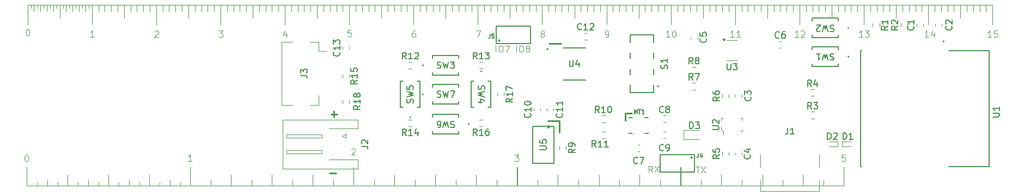
<source format=gbr>
%TF.GenerationSoftware,KiCad,Pcbnew,8.0.2*%
%TF.CreationDate,2024-11-22T23:26:06-05:00*%
%TF.ProjectId,PCB_Ruler_V1_2024,5043425f-5275-46c6-9572-5f56315f3230,rev?*%
%TF.SameCoordinates,Original*%
%TF.FileFunction,Legend,Top*%
%TF.FilePolarity,Positive*%
%FSLAX46Y46*%
G04 Gerber Fmt 4.6, Leading zero omitted, Abs format (unit mm)*
G04 Created by KiCad (PCBNEW 8.0.2) date 2024-11-22 23:26:06*
%MOMM*%
%LPD*%
G01*
G04 APERTURE LIST*
%ADD10C,0.254000*%
%ADD11C,0.100000*%
%ADD12C,0.150000*%
%ADD13C,0.120000*%
%ADD14C,0.200000*%
%ADD15C,0.152400*%
%ADD16C,0.127000*%
G04 APERTURE END LIST*
D10*
X147469485Y-149547558D02*
X148437105Y-149547558D01*
X147669485Y-140347558D02*
X148637105Y-140347558D01*
X148153295Y-140831368D02*
X148153295Y-139863749D01*
X183400000Y-129400000D02*
X181600000Y-129400000D01*
X193400000Y-140200000D02*
X193400000Y-141337500D01*
X194400000Y-140200000D02*
X193400000Y-140200000D01*
X183200000Y-141400000D02*
X183200000Y-143200000D01*
X182200000Y-141400000D02*
X183200000Y-141400000D01*
X181400000Y-141400000D02*
X182200000Y-141400000D01*
D11*
X176503884Y-130672419D02*
X176503884Y-129672419D01*
X177170550Y-129672419D02*
X177361026Y-129672419D01*
X177361026Y-129672419D02*
X177456264Y-129720038D01*
X177456264Y-129720038D02*
X177551502Y-129815276D01*
X177551502Y-129815276D02*
X177599121Y-130005752D01*
X177599121Y-130005752D02*
X177599121Y-130339085D01*
X177599121Y-130339085D02*
X177551502Y-130529561D01*
X177551502Y-130529561D02*
X177456264Y-130624800D01*
X177456264Y-130624800D02*
X177361026Y-130672419D01*
X177361026Y-130672419D02*
X177170550Y-130672419D01*
X177170550Y-130672419D02*
X177075312Y-130624800D01*
X177075312Y-130624800D02*
X176980074Y-130529561D01*
X176980074Y-130529561D02*
X176932455Y-130339085D01*
X176932455Y-130339085D02*
X176932455Y-130005752D01*
X176932455Y-130005752D02*
X176980074Y-129815276D01*
X176980074Y-129815276D02*
X177075312Y-129720038D01*
X177075312Y-129720038D02*
X177170550Y-129672419D01*
X178170550Y-130100990D02*
X178075312Y-130053371D01*
X178075312Y-130053371D02*
X178027693Y-130005752D01*
X178027693Y-130005752D02*
X177980074Y-129910514D01*
X177980074Y-129910514D02*
X177980074Y-129862895D01*
X177980074Y-129862895D02*
X178027693Y-129767657D01*
X178027693Y-129767657D02*
X178075312Y-129720038D01*
X178075312Y-129720038D02*
X178170550Y-129672419D01*
X178170550Y-129672419D02*
X178361026Y-129672419D01*
X178361026Y-129672419D02*
X178456264Y-129720038D01*
X178456264Y-129720038D02*
X178503883Y-129767657D01*
X178503883Y-129767657D02*
X178551502Y-129862895D01*
X178551502Y-129862895D02*
X178551502Y-129910514D01*
X178551502Y-129910514D02*
X178503883Y-130005752D01*
X178503883Y-130005752D02*
X178456264Y-130053371D01*
X178456264Y-130053371D02*
X178361026Y-130100990D01*
X178361026Y-130100990D02*
X178170550Y-130100990D01*
X178170550Y-130100990D02*
X178075312Y-130148609D01*
X178075312Y-130148609D02*
X178027693Y-130196228D01*
X178027693Y-130196228D02*
X177980074Y-130291466D01*
X177980074Y-130291466D02*
X177980074Y-130481942D01*
X177980074Y-130481942D02*
X178027693Y-130577180D01*
X178027693Y-130577180D02*
X178075312Y-130624800D01*
X178075312Y-130624800D02*
X178170550Y-130672419D01*
X178170550Y-130672419D02*
X178361026Y-130672419D01*
X178361026Y-130672419D02*
X178456264Y-130624800D01*
X178456264Y-130624800D02*
X178503883Y-130577180D01*
X178503883Y-130577180D02*
X178551502Y-130481942D01*
X178551502Y-130481942D02*
X178551502Y-130291466D01*
X178551502Y-130291466D02*
X178503883Y-130196228D01*
X178503883Y-130196228D02*
X178456264Y-130148609D01*
X178456264Y-130148609D02*
X178361026Y-130100990D01*
X173303884Y-130672419D02*
X173303884Y-129672419D01*
X173970550Y-129672419D02*
X174161026Y-129672419D01*
X174161026Y-129672419D02*
X174256264Y-129720038D01*
X174256264Y-129720038D02*
X174351502Y-129815276D01*
X174351502Y-129815276D02*
X174399121Y-130005752D01*
X174399121Y-130005752D02*
X174399121Y-130339085D01*
X174399121Y-130339085D02*
X174351502Y-130529561D01*
X174351502Y-130529561D02*
X174256264Y-130624800D01*
X174256264Y-130624800D02*
X174161026Y-130672419D01*
X174161026Y-130672419D02*
X173970550Y-130672419D01*
X173970550Y-130672419D02*
X173875312Y-130624800D01*
X173875312Y-130624800D02*
X173780074Y-130529561D01*
X173780074Y-130529561D02*
X173732455Y-130339085D01*
X173732455Y-130339085D02*
X173732455Y-130005752D01*
X173732455Y-130005752D02*
X173780074Y-129815276D01*
X173780074Y-129815276D02*
X173875312Y-129720038D01*
X173875312Y-129720038D02*
X173970550Y-129672419D01*
X174732455Y-129672419D02*
X175399121Y-129672419D01*
X175399121Y-129672419D02*
X174970550Y-130672419D01*
X204361027Y-148472419D02*
X204932455Y-148472419D01*
X204646741Y-149472419D02*
X204646741Y-148472419D01*
X205170551Y-148472419D02*
X205837217Y-149472419D01*
X205837217Y-148472419D02*
X205170551Y-149472419D01*
X227580074Y-146672419D02*
X227103884Y-146672419D01*
X227103884Y-146672419D02*
X227056265Y-147148609D01*
X227056265Y-147148609D02*
X227103884Y-147100990D01*
X227103884Y-147100990D02*
X227199122Y-147053371D01*
X227199122Y-147053371D02*
X227437217Y-147053371D01*
X227437217Y-147053371D02*
X227532455Y-147100990D01*
X227532455Y-147100990D02*
X227580074Y-147148609D01*
X227580074Y-147148609D02*
X227627693Y-147243847D01*
X227627693Y-147243847D02*
X227627693Y-147481942D01*
X227627693Y-147481942D02*
X227580074Y-147577180D01*
X227580074Y-147577180D02*
X227532455Y-147624800D01*
X227532455Y-147624800D02*
X227437217Y-147672419D01*
X227437217Y-147672419D02*
X227199122Y-147672419D01*
X227199122Y-147672419D02*
X227103884Y-147624800D01*
X227103884Y-147624800D02*
X227056265Y-147577180D01*
X176208646Y-146672419D02*
X176827693Y-146672419D01*
X176827693Y-146672419D02*
X176494360Y-147053371D01*
X176494360Y-147053371D02*
X176637217Y-147053371D01*
X176637217Y-147053371D02*
X176732455Y-147100990D01*
X176732455Y-147100990D02*
X176780074Y-147148609D01*
X176780074Y-147148609D02*
X176827693Y-147243847D01*
X176827693Y-147243847D02*
X176827693Y-147481942D01*
X176827693Y-147481942D02*
X176780074Y-147577180D01*
X176780074Y-147577180D02*
X176732455Y-147624800D01*
X176732455Y-147624800D02*
X176637217Y-147672419D01*
X176637217Y-147672419D02*
X176351503Y-147672419D01*
X176351503Y-147672419D02*
X176256265Y-147624800D01*
X176256265Y-147624800D02*
X176208646Y-147577180D01*
X150856265Y-145767657D02*
X150903884Y-145720038D01*
X150903884Y-145720038D02*
X150999122Y-145672419D01*
X150999122Y-145672419D02*
X151237217Y-145672419D01*
X151237217Y-145672419D02*
X151332455Y-145720038D01*
X151332455Y-145720038D02*
X151380074Y-145767657D01*
X151380074Y-145767657D02*
X151427693Y-145862895D01*
X151427693Y-145862895D02*
X151427693Y-145958133D01*
X151427693Y-145958133D02*
X151380074Y-146100990D01*
X151380074Y-146100990D02*
X150808646Y-146672419D01*
X150808646Y-146672419D02*
X151427693Y-146672419D01*
X126027693Y-147671148D02*
X125456265Y-147671148D01*
X125741979Y-147671148D02*
X125741979Y-146671148D01*
X125741979Y-146671148D02*
X125646741Y-146814005D01*
X125646741Y-146814005D02*
X125551503Y-146909243D01*
X125551503Y-146909243D02*
X125456265Y-146956862D01*
X100294360Y-146672419D02*
X100389598Y-146672419D01*
X100389598Y-146672419D02*
X100484836Y-146720038D01*
X100484836Y-146720038D02*
X100532455Y-146767657D01*
X100532455Y-146767657D02*
X100580074Y-146862895D01*
X100580074Y-146862895D02*
X100627693Y-147053371D01*
X100627693Y-147053371D02*
X100627693Y-147291466D01*
X100627693Y-147291466D02*
X100580074Y-147481942D01*
X100580074Y-147481942D02*
X100532455Y-147577180D01*
X100532455Y-147577180D02*
X100484836Y-147624800D01*
X100484836Y-147624800D02*
X100389598Y-147672419D01*
X100389598Y-147672419D02*
X100294360Y-147672419D01*
X100294360Y-147672419D02*
X100199122Y-147624800D01*
X100199122Y-147624800D02*
X100151503Y-147577180D01*
X100151503Y-147577180D02*
X100103884Y-147481942D01*
X100103884Y-147481942D02*
X100056265Y-147291466D01*
X100056265Y-147291466D02*
X100056265Y-147053371D01*
X100056265Y-147053371D02*
X100103884Y-146862895D01*
X100103884Y-146862895D02*
X100151503Y-146767657D01*
X100151503Y-146767657D02*
X100199122Y-146720038D01*
X100199122Y-146720038D02*
X100294360Y-146672419D01*
X250327693Y-128372419D02*
X249756265Y-128372419D01*
X250041979Y-128372419D02*
X250041979Y-127372419D01*
X250041979Y-127372419D02*
X249946741Y-127515276D01*
X249946741Y-127515276D02*
X249851503Y-127610514D01*
X249851503Y-127610514D02*
X249756265Y-127658133D01*
X251232455Y-127372419D02*
X250756265Y-127372419D01*
X250756265Y-127372419D02*
X250708646Y-127848609D01*
X250708646Y-127848609D02*
X250756265Y-127800990D01*
X250756265Y-127800990D02*
X250851503Y-127753371D01*
X250851503Y-127753371D02*
X251089598Y-127753371D01*
X251089598Y-127753371D02*
X251184836Y-127800990D01*
X251184836Y-127800990D02*
X251232455Y-127848609D01*
X251232455Y-127848609D02*
X251280074Y-127943847D01*
X251280074Y-127943847D02*
X251280074Y-128181942D01*
X251280074Y-128181942D02*
X251232455Y-128277180D01*
X251232455Y-128277180D02*
X251184836Y-128324800D01*
X251184836Y-128324800D02*
X251089598Y-128372419D01*
X251089598Y-128372419D02*
X250851503Y-128372419D01*
X250851503Y-128372419D02*
X250756265Y-128324800D01*
X250756265Y-128324800D02*
X250708646Y-128277180D01*
X240527693Y-128372419D02*
X239956265Y-128372419D01*
X240241979Y-128372419D02*
X240241979Y-127372419D01*
X240241979Y-127372419D02*
X240146741Y-127515276D01*
X240146741Y-127515276D02*
X240051503Y-127610514D01*
X240051503Y-127610514D02*
X239956265Y-127658133D01*
X241384836Y-127705752D02*
X241384836Y-128372419D01*
X241146741Y-127324800D02*
X240908646Y-128039085D01*
X240908646Y-128039085D02*
X241527693Y-128039085D01*
X230327693Y-128372419D02*
X229756265Y-128372419D01*
X230041979Y-128372419D02*
X230041979Y-127372419D01*
X230041979Y-127372419D02*
X229946741Y-127515276D01*
X229946741Y-127515276D02*
X229851503Y-127610514D01*
X229851503Y-127610514D02*
X229756265Y-127658133D01*
X230661027Y-127372419D02*
X231280074Y-127372419D01*
X231280074Y-127372419D02*
X230946741Y-127753371D01*
X230946741Y-127753371D02*
X231089598Y-127753371D01*
X231089598Y-127753371D02*
X231184836Y-127800990D01*
X231184836Y-127800990D02*
X231232455Y-127848609D01*
X231232455Y-127848609D02*
X231280074Y-127943847D01*
X231280074Y-127943847D02*
X231280074Y-128181942D01*
X231280074Y-128181942D02*
X231232455Y-128277180D01*
X231232455Y-128277180D02*
X231184836Y-128324800D01*
X231184836Y-128324800D02*
X231089598Y-128372419D01*
X231089598Y-128372419D02*
X230803884Y-128372419D01*
X230803884Y-128372419D02*
X230708646Y-128324800D01*
X230708646Y-128324800D02*
X230661027Y-128277180D01*
X220327693Y-128372419D02*
X219756265Y-128372419D01*
X220041979Y-128372419D02*
X220041979Y-127372419D01*
X220041979Y-127372419D02*
X219946741Y-127515276D01*
X219946741Y-127515276D02*
X219851503Y-127610514D01*
X219851503Y-127610514D02*
X219756265Y-127658133D01*
X220708646Y-127467657D02*
X220756265Y-127420038D01*
X220756265Y-127420038D02*
X220851503Y-127372419D01*
X220851503Y-127372419D02*
X221089598Y-127372419D01*
X221089598Y-127372419D02*
X221184836Y-127420038D01*
X221184836Y-127420038D02*
X221232455Y-127467657D01*
X221232455Y-127467657D02*
X221280074Y-127562895D01*
X221280074Y-127562895D02*
X221280074Y-127658133D01*
X221280074Y-127658133D02*
X221232455Y-127800990D01*
X221232455Y-127800990D02*
X220661027Y-128372419D01*
X220661027Y-128372419D02*
X221280074Y-128372419D01*
X210327693Y-128372419D02*
X209756265Y-128372419D01*
X210041979Y-128372419D02*
X210041979Y-127372419D01*
X210041979Y-127372419D02*
X209946741Y-127515276D01*
X209946741Y-127515276D02*
X209851503Y-127610514D01*
X209851503Y-127610514D02*
X209756265Y-127658133D01*
X211280074Y-128372419D02*
X210708646Y-128372419D01*
X210994360Y-128372419D02*
X210994360Y-127372419D01*
X210994360Y-127372419D02*
X210899122Y-127515276D01*
X210899122Y-127515276D02*
X210803884Y-127610514D01*
X210803884Y-127610514D02*
X210708646Y-127658133D01*
X200327693Y-128372419D02*
X199756265Y-128372419D01*
X200041979Y-128372419D02*
X200041979Y-127372419D01*
X200041979Y-127372419D02*
X199946741Y-127515276D01*
X199946741Y-127515276D02*
X199851503Y-127610514D01*
X199851503Y-127610514D02*
X199756265Y-127658133D01*
X200946741Y-127372419D02*
X201041979Y-127372419D01*
X201041979Y-127372419D02*
X201137217Y-127420038D01*
X201137217Y-127420038D02*
X201184836Y-127467657D01*
X201184836Y-127467657D02*
X201232455Y-127562895D01*
X201232455Y-127562895D02*
X201280074Y-127753371D01*
X201280074Y-127753371D02*
X201280074Y-127991466D01*
X201280074Y-127991466D02*
X201232455Y-128181942D01*
X201232455Y-128181942D02*
X201184836Y-128277180D01*
X201184836Y-128277180D02*
X201137217Y-128324800D01*
X201137217Y-128324800D02*
X201041979Y-128372419D01*
X201041979Y-128372419D02*
X200946741Y-128372419D01*
X200946741Y-128372419D02*
X200851503Y-128324800D01*
X200851503Y-128324800D02*
X200803884Y-128277180D01*
X200803884Y-128277180D02*
X200756265Y-128181942D01*
X200756265Y-128181942D02*
X200708646Y-127991466D01*
X200708646Y-127991466D02*
X200708646Y-127753371D01*
X200708646Y-127753371D02*
X200756265Y-127562895D01*
X200756265Y-127562895D02*
X200803884Y-127467657D01*
X200803884Y-127467657D02*
X200851503Y-127420038D01*
X200851503Y-127420038D02*
X200946741Y-127372419D01*
X190351503Y-128372419D02*
X190541979Y-128372419D01*
X190541979Y-128372419D02*
X190637217Y-128324800D01*
X190637217Y-128324800D02*
X190684836Y-128277180D01*
X190684836Y-128277180D02*
X190780074Y-128134323D01*
X190780074Y-128134323D02*
X190827693Y-127943847D01*
X190827693Y-127943847D02*
X190827693Y-127562895D01*
X190827693Y-127562895D02*
X190780074Y-127467657D01*
X190780074Y-127467657D02*
X190732455Y-127420038D01*
X190732455Y-127420038D02*
X190637217Y-127372419D01*
X190637217Y-127372419D02*
X190446741Y-127372419D01*
X190446741Y-127372419D02*
X190351503Y-127420038D01*
X190351503Y-127420038D02*
X190303884Y-127467657D01*
X190303884Y-127467657D02*
X190256265Y-127562895D01*
X190256265Y-127562895D02*
X190256265Y-127800990D01*
X190256265Y-127800990D02*
X190303884Y-127896228D01*
X190303884Y-127896228D02*
X190351503Y-127943847D01*
X190351503Y-127943847D02*
X190446741Y-127991466D01*
X190446741Y-127991466D02*
X190637217Y-127991466D01*
X190637217Y-127991466D02*
X190732455Y-127943847D01*
X190732455Y-127943847D02*
X190780074Y-127896228D01*
X190780074Y-127896228D02*
X190827693Y-127800990D01*
X180446741Y-127800990D02*
X180351503Y-127753371D01*
X180351503Y-127753371D02*
X180303884Y-127705752D01*
X180303884Y-127705752D02*
X180256265Y-127610514D01*
X180256265Y-127610514D02*
X180256265Y-127562895D01*
X180256265Y-127562895D02*
X180303884Y-127467657D01*
X180303884Y-127467657D02*
X180351503Y-127420038D01*
X180351503Y-127420038D02*
X180446741Y-127372419D01*
X180446741Y-127372419D02*
X180637217Y-127372419D01*
X180637217Y-127372419D02*
X180732455Y-127420038D01*
X180732455Y-127420038D02*
X180780074Y-127467657D01*
X180780074Y-127467657D02*
X180827693Y-127562895D01*
X180827693Y-127562895D02*
X180827693Y-127610514D01*
X180827693Y-127610514D02*
X180780074Y-127705752D01*
X180780074Y-127705752D02*
X180732455Y-127753371D01*
X180732455Y-127753371D02*
X180637217Y-127800990D01*
X180637217Y-127800990D02*
X180446741Y-127800990D01*
X180446741Y-127800990D02*
X180351503Y-127848609D01*
X180351503Y-127848609D02*
X180303884Y-127896228D01*
X180303884Y-127896228D02*
X180256265Y-127991466D01*
X180256265Y-127991466D02*
X180256265Y-128181942D01*
X180256265Y-128181942D02*
X180303884Y-128277180D01*
X180303884Y-128277180D02*
X180351503Y-128324800D01*
X180351503Y-128324800D02*
X180446741Y-128372419D01*
X180446741Y-128372419D02*
X180637217Y-128372419D01*
X180637217Y-128372419D02*
X180732455Y-128324800D01*
X180732455Y-128324800D02*
X180780074Y-128277180D01*
X180780074Y-128277180D02*
X180827693Y-128181942D01*
X180827693Y-128181942D02*
X180827693Y-127991466D01*
X180827693Y-127991466D02*
X180780074Y-127896228D01*
X180780074Y-127896228D02*
X180732455Y-127848609D01*
X180732455Y-127848609D02*
X180637217Y-127800990D01*
X170208646Y-127372419D02*
X170875312Y-127372419D01*
X170875312Y-127372419D02*
X170446741Y-128372419D01*
X160732455Y-127372419D02*
X160541979Y-127372419D01*
X160541979Y-127372419D02*
X160446741Y-127420038D01*
X160446741Y-127420038D02*
X160399122Y-127467657D01*
X160399122Y-127467657D02*
X160303884Y-127610514D01*
X160303884Y-127610514D02*
X160256265Y-127800990D01*
X160256265Y-127800990D02*
X160256265Y-128181942D01*
X160256265Y-128181942D02*
X160303884Y-128277180D01*
X160303884Y-128277180D02*
X160351503Y-128324800D01*
X160351503Y-128324800D02*
X160446741Y-128372419D01*
X160446741Y-128372419D02*
X160637217Y-128372419D01*
X160637217Y-128372419D02*
X160732455Y-128324800D01*
X160732455Y-128324800D02*
X160780074Y-128277180D01*
X160780074Y-128277180D02*
X160827693Y-128181942D01*
X160827693Y-128181942D02*
X160827693Y-127943847D01*
X160827693Y-127943847D02*
X160780074Y-127848609D01*
X160780074Y-127848609D02*
X160732455Y-127800990D01*
X160732455Y-127800990D02*
X160637217Y-127753371D01*
X160637217Y-127753371D02*
X160446741Y-127753371D01*
X160446741Y-127753371D02*
X160351503Y-127800990D01*
X160351503Y-127800990D02*
X160303884Y-127848609D01*
X160303884Y-127848609D02*
X160256265Y-127943847D01*
X150780074Y-127272419D02*
X150303884Y-127272419D01*
X150303884Y-127272419D02*
X150256265Y-127748609D01*
X150256265Y-127748609D02*
X150303884Y-127700990D01*
X150303884Y-127700990D02*
X150399122Y-127653371D01*
X150399122Y-127653371D02*
X150637217Y-127653371D01*
X150637217Y-127653371D02*
X150732455Y-127700990D01*
X150732455Y-127700990D02*
X150780074Y-127748609D01*
X150780074Y-127748609D02*
X150827693Y-127843847D01*
X150827693Y-127843847D02*
X150827693Y-128081942D01*
X150827693Y-128081942D02*
X150780074Y-128177180D01*
X150780074Y-128177180D02*
X150732455Y-128224800D01*
X150732455Y-128224800D02*
X150637217Y-128272419D01*
X150637217Y-128272419D02*
X150399122Y-128272419D01*
X150399122Y-128272419D02*
X150303884Y-128224800D01*
X150303884Y-128224800D02*
X150256265Y-128177180D01*
X140732455Y-127705752D02*
X140732455Y-128372419D01*
X140494360Y-127324800D02*
X140256265Y-128039085D01*
X140256265Y-128039085D02*
X140875312Y-128039085D01*
X130208646Y-127372419D02*
X130827693Y-127372419D01*
X130827693Y-127372419D02*
X130494360Y-127753371D01*
X130494360Y-127753371D02*
X130637217Y-127753371D01*
X130637217Y-127753371D02*
X130732455Y-127800990D01*
X130732455Y-127800990D02*
X130780074Y-127848609D01*
X130780074Y-127848609D02*
X130827693Y-127943847D01*
X130827693Y-127943847D02*
X130827693Y-128181942D01*
X130827693Y-128181942D02*
X130780074Y-128277180D01*
X130780074Y-128277180D02*
X130732455Y-128324800D01*
X130732455Y-128324800D02*
X130637217Y-128372419D01*
X130637217Y-128372419D02*
X130351503Y-128372419D01*
X130351503Y-128372419D02*
X130256265Y-128324800D01*
X130256265Y-128324800D02*
X130208646Y-128277180D01*
X120256265Y-127467657D02*
X120303884Y-127420038D01*
X120303884Y-127420038D02*
X120399122Y-127372419D01*
X120399122Y-127372419D02*
X120637217Y-127372419D01*
X120637217Y-127372419D02*
X120732455Y-127420038D01*
X120732455Y-127420038D02*
X120780074Y-127467657D01*
X120780074Y-127467657D02*
X120827693Y-127562895D01*
X120827693Y-127562895D02*
X120827693Y-127658133D01*
X120827693Y-127658133D02*
X120780074Y-127800990D01*
X120780074Y-127800990D02*
X120208646Y-128372419D01*
X120208646Y-128372419D02*
X120827693Y-128372419D01*
X110827693Y-128372419D02*
X110256265Y-128372419D01*
X110541979Y-128372419D02*
X110541979Y-127372419D01*
X110541979Y-127372419D02*
X110446741Y-127515276D01*
X110446741Y-127515276D02*
X110351503Y-127610514D01*
X110351503Y-127610514D02*
X110256265Y-127658133D01*
X100494360Y-127122419D02*
X100589598Y-127122419D01*
X100589598Y-127122419D02*
X100684836Y-127170038D01*
X100684836Y-127170038D02*
X100732455Y-127217657D01*
X100732455Y-127217657D02*
X100780074Y-127312895D01*
X100780074Y-127312895D02*
X100827693Y-127503371D01*
X100827693Y-127503371D02*
X100827693Y-127741466D01*
X100827693Y-127741466D02*
X100780074Y-127931942D01*
X100780074Y-127931942D02*
X100732455Y-128027180D01*
X100732455Y-128027180D02*
X100684836Y-128074800D01*
X100684836Y-128074800D02*
X100589598Y-128122419D01*
X100589598Y-128122419D02*
X100494360Y-128122419D01*
X100494360Y-128122419D02*
X100399122Y-128074800D01*
X100399122Y-128074800D02*
X100351503Y-128027180D01*
X100351503Y-128027180D02*
X100303884Y-127931942D01*
X100303884Y-127931942D02*
X100256265Y-127741466D01*
X100256265Y-127741466D02*
X100256265Y-127503371D01*
X100256265Y-127503371D02*
X100303884Y-127312895D01*
X100303884Y-127312895D02*
X100351503Y-127217657D01*
X100351503Y-127217657D02*
X100399122Y-127170038D01*
X100399122Y-127170038D02*
X100494360Y-127122419D01*
X197625312Y-149372419D02*
X197291979Y-148896228D01*
X197053884Y-149372419D02*
X197053884Y-148372419D01*
X197053884Y-148372419D02*
X197434836Y-148372419D01*
X197434836Y-148372419D02*
X197530074Y-148420038D01*
X197530074Y-148420038D02*
X197577693Y-148467657D01*
X197577693Y-148467657D02*
X197625312Y-148562895D01*
X197625312Y-148562895D02*
X197625312Y-148705752D01*
X197625312Y-148705752D02*
X197577693Y-148800990D01*
X197577693Y-148800990D02*
X197530074Y-148848609D01*
X197530074Y-148848609D02*
X197434836Y-148896228D01*
X197434836Y-148896228D02*
X197053884Y-148896228D01*
X197958646Y-148372419D02*
X198625312Y-149372419D01*
X198625312Y-148372419D02*
X197958646Y-149372419D01*
X153500000Y-123390000D02*
X153500000Y-124390000D01*
X124198900Y-151474600D02*
X125799100Y-151474600D01*
X105000000Y-123390000D02*
X105000000Y-123890000D01*
X154500000Y-123390000D02*
X154500000Y-124390000D01*
X174500000Y-123390000D02*
X174500000Y-124390000D01*
X170500000Y-126390000D02*
X170500000Y-123390000D01*
X202024500Y-148579000D02*
X202024500Y-151500000D01*
X187500000Y-123390000D02*
X187500000Y-124390000D01*
X196500000Y-123390000D02*
X196500000Y-124390000D01*
X202500000Y-123390000D02*
X202500000Y-124390000D01*
X108000000Y-123390000D02*
X108000000Y-123890000D01*
X163873700Y-151474600D02*
X163873700Y-149772800D01*
X100373700Y-151474600D02*
X101948500Y-151474600D01*
X109924100Y-151474600D02*
X111524300Y-151474600D01*
X173424100Y-151474600D02*
X176599100Y-151474600D01*
X233500000Y-123390000D02*
X233500000Y-124390000D01*
X135324100Y-151474600D02*
X135324100Y-150560200D01*
X217500000Y-123390000D02*
X217500000Y-124390000D01*
X111524300Y-151474600D02*
X113099100Y-151474600D01*
X140500000Y-126390000D02*
X140500000Y-123390000D01*
X141674100Y-151474600D02*
X141674100Y-150585600D01*
X195500000Y-123390000D02*
X195500000Y-125390000D01*
X116274100Y-151474600D02*
X116274100Y-150560200D01*
X198824100Y-151500000D02*
X198824100Y-150585600D01*
X101000000Y-123390000D02*
X101000000Y-123890000D01*
X214500000Y-123390000D02*
X214500000Y-124390000D01*
X232500000Y-123390000D02*
X232500000Y-124390000D01*
X157500000Y-123390000D02*
X157500000Y-124390000D01*
X160724100Y-151474600D02*
X162324300Y-151474600D01*
X198500000Y-123390000D02*
X198500000Y-124390000D01*
X176624500Y-148579000D02*
X176624500Y-151500000D01*
X182500000Y-123390000D02*
X182500000Y-124390000D01*
X221500000Y-123390000D02*
X221500000Y-124390000D01*
X132500000Y-123390000D02*
X132500000Y-124390000D01*
X205174100Y-151500000D02*
X205174100Y-150585600D01*
X155500000Y-123390000D02*
X155500000Y-125390000D01*
X155948900Y-151474600D02*
X157549100Y-151474600D01*
X229500000Y-123390000D02*
X229500000Y-124390000D01*
X224274900Y-151500000D02*
X225849700Y-151500000D01*
X128974100Y-151474600D02*
X128974100Y-150560200D01*
X129500000Y-123390000D02*
X129500000Y-124390000D01*
X103000000Y-123390000D02*
X103000000Y-123890000D01*
X212500000Y-123390000D02*
X212500000Y-124390000D01*
X170249100Y-151474600D02*
X171849300Y-151474600D01*
X206500000Y-123390000D02*
X206500000Y-124390000D01*
X211524100Y-151500000D02*
X211524100Y-150585600D01*
X151173700Y-151474600D02*
X151173700Y-148553600D01*
X221099900Y-151500000D02*
X222700100Y-151500000D01*
X169500000Y-123390000D02*
X169500000Y-124390000D01*
X108500000Y-123390000D02*
X108500000Y-124390000D01*
X120500000Y-126390000D02*
X120500000Y-123390000D01*
X106749100Y-151474600D02*
X108349300Y-151474600D01*
X112500000Y-123390000D02*
X112500000Y-124390000D01*
X143500000Y-123390000D02*
X143500000Y-124390000D01*
X186500000Y-123390000D02*
X186500000Y-124390000D01*
X248500000Y-123390000D02*
X248500000Y-124390000D01*
X167048700Y-151474600D02*
X167048700Y-150585600D01*
X227399100Y-151500000D02*
X227399100Y-148579000D01*
X125799100Y-148553600D02*
X125799100Y-151474600D01*
X118500000Y-123390000D02*
X118500000Y-124390000D01*
X132149100Y-151474600D02*
X132149100Y-149772800D01*
X102500000Y-123390000D02*
X102500000Y-124390000D01*
X243500000Y-123390000D02*
X243500000Y-124390000D01*
X138524500Y-151474600D02*
X140124700Y-151474600D01*
X121049300Y-151474600D02*
X121049300Y-150992000D01*
X238500000Y-123390000D02*
X238500000Y-124390000D01*
X148024100Y-151474600D02*
X148024100Y-150560200D01*
X124198900Y-151474600D02*
X124198900Y-150992000D01*
X239500000Y-123390000D02*
X239500000Y-124390000D01*
X137500000Y-123390000D02*
X137500000Y-124390000D01*
X215500000Y-123390000D02*
X215500000Y-125390000D01*
X133774700Y-151474600D02*
X135349500Y-151474600D01*
X113099100Y-151474600D02*
X114699300Y-151474600D01*
X108349300Y-151474600D02*
X109924100Y-151474600D01*
X226500000Y-123390000D02*
X226500000Y-124390000D01*
X110000000Y-123390000D02*
X110000000Y-123890000D01*
X224500000Y-123390000D02*
X224500000Y-124390000D01*
X139500000Y-123390000D02*
X139500000Y-124390000D01*
X103574100Y-151474600D02*
X103574100Y-150560200D01*
X114500000Y-123390000D02*
X114500000Y-124390000D01*
X148500000Y-123390000D02*
X148500000Y-124390000D01*
X184600100Y-151500000D02*
X186174900Y-151500000D01*
X187775100Y-151500000D02*
X189349900Y-151500000D01*
X188500000Y-123390000D02*
X188500000Y-124390000D01*
X157549100Y-151474600D02*
X159149300Y-151474600D01*
X190500000Y-126390000D02*
X190500000Y-123390000D01*
X131500000Y-123390000D02*
X131500000Y-124390000D01*
X213500000Y-123390000D02*
X213500000Y-124390000D01*
X246500000Y-123390000D02*
X246500000Y-124390000D01*
X114699300Y-151474600D02*
X116274100Y-151474600D01*
X123500000Y-123390000D02*
X123500000Y-124390000D01*
X202024500Y-151500000D02*
X202024500Y-148579000D01*
X247500000Y-123390000D02*
X247500000Y-124390000D01*
X194125100Y-151500000D02*
X195699900Y-151500000D01*
X163899100Y-151474600D02*
X165499300Y-151474600D01*
X236500000Y-123390000D02*
X236500000Y-124390000D01*
X111524300Y-151474600D02*
X111524300Y-150992000D01*
X146474700Y-151474600D02*
X148049500Y-151474600D01*
X219525100Y-151500000D02*
X221099900Y-151500000D01*
X176624500Y-151500000D02*
X176624500Y-148579000D01*
X225849700Y-151500000D02*
X227399100Y-151500000D01*
X117874300Y-151474600D02*
X119449100Y-151474600D01*
X144500000Y-123390000D02*
X144500000Y-124390000D01*
X197300100Y-151500000D02*
X198874900Y-151500000D01*
X173398700Y-151474600D02*
X173398700Y-150560200D01*
X170223700Y-151474600D02*
X170223700Y-149772800D01*
X160500000Y-126390000D02*
X160500000Y-123390000D01*
X216500000Y-123390000D02*
X216500000Y-124390000D01*
X136500000Y-123390000D02*
X136500000Y-124390000D01*
X144849100Y-151474600D02*
X144849100Y-149772800D01*
X168674300Y-151474600D02*
X170249100Y-151474600D01*
X203599300Y-151500000D02*
X205224900Y-151500000D01*
X125799100Y-151474600D02*
X127373900Y-151474600D01*
X106000000Y-123390000D02*
X106000000Y-123890000D01*
X117874300Y-151474600D02*
X117874300Y-150992000D01*
X156500000Y-123390000D02*
X156500000Y-124390000D01*
X119449100Y-151474600D02*
X121049300Y-151474600D01*
X165499300Y-151474600D02*
X167074100Y-151474600D01*
X184500000Y-123390000D02*
X184500000Y-124390000D01*
X191500000Y-123390000D02*
X191500000Y-124390000D01*
X237500000Y-123390000D02*
X237500000Y-124390000D01*
X103500000Y-123390000D02*
X103500000Y-124390000D01*
X172500000Y-123390000D02*
X172500000Y-124390000D01*
X158500000Y-123390000D02*
X158500000Y-124390000D01*
X207500000Y-123390000D02*
X207500000Y-124390000D01*
X211574900Y-151500000D02*
X213175100Y-151500000D01*
X230500000Y-126390000D02*
X230500000Y-123390000D01*
X151173700Y-148553600D02*
X151173700Y-151474600D01*
X182999900Y-151500000D02*
X184600100Y-151500000D01*
X165500000Y-123390000D02*
X165500000Y-125390000D01*
X210000100Y-151500000D02*
X211574900Y-151500000D01*
X177500000Y-123390000D02*
X177500000Y-124390000D01*
X192474100Y-151500000D02*
X192474100Y-150611000D01*
X163500000Y-123390000D02*
X163500000Y-124390000D01*
X100373700Y-148553600D02*
X100373700Y-151474600D01*
X220500000Y-126390000D02*
X220500000Y-123390000D01*
X105500000Y-123390000D02*
X105500000Y-125390000D01*
X242500000Y-123390000D02*
X242500000Y-124390000D01*
X195699900Y-151500000D02*
X197300100Y-151500000D01*
X143299700Y-151474600D02*
X144874500Y-151474600D01*
X222500000Y-123390000D02*
X222500000Y-124390000D01*
X101948500Y-150992000D02*
X101948500Y-151474600D01*
X202024500Y-151500000D02*
X203599300Y-151500000D01*
X109000000Y-123390000D02*
X109000000Y-123890000D01*
X192500000Y-123390000D02*
X192500000Y-124390000D01*
X186124100Y-151500000D02*
X186124100Y-150585600D01*
X110500000Y-126390000D02*
X110500000Y-123390000D01*
X171500000Y-123390000D02*
X171500000Y-124390000D01*
X102000000Y-123390000D02*
X102000000Y-123890000D01*
X240500000Y-126390000D02*
X240500000Y-123390000D01*
X128999500Y-151474600D02*
X130574300Y-151474600D01*
X190950100Y-151500000D02*
X192524900Y-151500000D01*
X138500000Y-123390000D02*
X138500000Y-124390000D01*
X199500000Y-123390000D02*
X199500000Y-124390000D01*
X200500000Y-126390000D02*
X200500000Y-123390000D01*
X211500000Y-123390000D02*
X211500000Y-124390000D01*
X151173700Y-151474600D02*
X152748500Y-151474600D01*
X166500000Y-123390000D02*
X166500000Y-124390000D01*
X145500000Y-123390000D02*
X145500000Y-125390000D01*
X146500000Y-123390000D02*
X146500000Y-124390000D01*
X189324500Y-151500000D02*
X189324500Y-149798200D01*
X151500000Y-123390000D02*
X151500000Y-124390000D01*
X116274100Y-151474600D02*
X117874300Y-151474600D01*
X224224100Y-151500000D02*
X224224100Y-150585600D01*
X121049300Y-151474600D02*
X122624100Y-151474600D01*
X179824900Y-151500000D02*
X181399700Y-151500000D01*
X208500000Y-123390000D02*
X208500000Y-124390000D01*
X235500000Y-123390000D02*
X235500000Y-125390000D01*
X134500000Y-123390000D02*
X134500000Y-124390000D01*
X135500000Y-123390000D02*
X135500000Y-125390000D01*
X213175100Y-151500000D02*
X214749900Y-151500000D01*
X121500000Y-123390000D02*
X121500000Y-124390000D01*
X221049100Y-151487300D02*
X221049100Y-149785500D01*
X225500000Y-123390000D02*
X225500000Y-125390000D01*
X136949700Y-151474600D02*
X138524500Y-151474600D01*
X154374100Y-151474600D02*
X155948900Y-151474600D01*
X234500000Y-123390000D02*
X234500000Y-124390000D01*
X210500000Y-126390000D02*
X210500000Y-123390000D01*
X135349500Y-151474600D02*
X136949700Y-151474600D01*
X192524900Y-151500000D02*
X194125100Y-151500000D01*
X154348700Y-151474600D02*
X154348700Y-150560200D01*
X205500000Y-123390000D02*
X205500000Y-125390000D01*
X182949100Y-151500000D02*
X182949100Y-149798200D01*
X125500000Y-123390000D02*
X125500000Y-125390000D01*
X119500000Y-123390000D02*
X119500000Y-124390000D01*
X104500000Y-123390000D02*
X104500000Y-124390000D01*
X130500000Y-126390000D02*
X130500000Y-123390000D01*
X116500000Y-123390000D02*
X116500000Y-124390000D01*
X178500000Y-123390000D02*
X178500000Y-124390000D01*
X106749100Y-151474600D02*
X106749100Y-149772800D01*
X209500000Y-123390000D02*
X209500000Y-124390000D01*
X114699300Y-151474600D02*
X114699300Y-150992000D01*
X167074100Y-151474600D02*
X168674300Y-151474600D01*
X186174900Y-151500000D02*
X187775100Y-151500000D01*
X178199300Y-151500000D02*
X179824900Y-151500000D01*
X122500000Y-123390000D02*
X122500000Y-124390000D01*
X161500000Y-123390000D02*
X161500000Y-124390000D01*
X138499100Y-151474600D02*
X138499100Y-149772800D01*
X176599100Y-151474600D02*
X176599100Y-148553600D01*
X159149300Y-151474600D02*
X160724100Y-151474600D01*
X167500000Y-123390000D02*
X167500000Y-124390000D01*
X217924900Y-151500000D02*
X219525100Y-151500000D01*
X125799100Y-151474600D02*
X125799100Y-148553600D01*
X132174500Y-151474600D02*
X133774700Y-151474600D01*
X160698700Y-151474600D02*
X160698700Y-150560200D01*
X107000000Y-123390000D02*
X107000000Y-123890000D01*
X195649100Y-151500000D02*
X195649100Y-149798200D01*
X223500000Y-123390000D02*
X223500000Y-124390000D01*
X201500000Y-123390000D02*
X201500000Y-124390000D01*
X219500000Y-123390000D02*
X219500000Y-124390000D01*
X222700100Y-151500000D02*
X224274900Y-151500000D01*
X194500000Y-123390000D02*
X194500000Y-124390000D01*
X130574300Y-151474600D02*
X132174500Y-151474600D01*
X189349900Y-151500000D02*
X190950100Y-151500000D01*
X115500000Y-123390000D02*
X115500000Y-125390000D01*
X227500000Y-123390000D02*
X227500000Y-124390000D01*
X105148900Y-151474600D02*
X105148900Y-150992000D01*
X244500000Y-123390000D02*
X244500000Y-124390000D01*
X113099100Y-151474600D02*
X113099100Y-149772800D01*
X181399700Y-151500000D02*
X182999900Y-151500000D01*
X113500000Y-123390000D02*
X113500000Y-124390000D01*
X150500000Y-126390000D02*
X150500000Y-123390000D01*
X179500000Y-123390000D02*
X179500000Y-124390000D01*
X101948500Y-151474600D02*
X101948500Y-150992000D01*
X180500000Y-126390000D02*
X180500000Y-123390000D01*
X205224900Y-151500000D02*
X206799700Y-151500000D01*
X201999100Y-151500000D02*
X201999100Y-148579000D01*
X119449100Y-151474600D02*
X119449100Y-149772800D01*
X183500000Y-123390000D02*
X183500000Y-124390000D01*
X197500000Y-123390000D02*
X197500000Y-124390000D01*
X228500000Y-123390000D02*
X228500000Y-124390000D01*
X142500000Y-123390000D02*
X142500000Y-124390000D01*
X171849300Y-151474600D02*
X173424100Y-151474600D01*
X189500000Y-123390000D02*
X189500000Y-124390000D01*
X109500000Y-123390000D02*
X109500000Y-124390000D01*
X198874900Y-151500000D02*
X200449700Y-151500000D01*
X128500000Y-123390000D02*
X128500000Y-124390000D01*
X231500000Y-123390000D02*
X231500000Y-124390000D01*
X176624500Y-151500000D02*
X178199300Y-151500000D01*
X133500000Y-123390000D02*
X133500000Y-124390000D01*
X101948500Y-151474600D02*
X103574100Y-151474600D01*
X111500000Y-123390000D02*
X111500000Y-124390000D01*
X162500000Y-123390000D02*
X162500000Y-124390000D01*
X214724500Y-151500000D02*
X214724500Y-149798200D01*
X214749900Y-151500000D02*
X216350100Y-151500000D01*
X122624100Y-151474600D02*
X122624100Y-150560200D01*
X144874500Y-151474600D02*
X146474700Y-151474600D01*
X141699500Y-151474600D02*
X143299700Y-151474600D01*
X164500000Y-123390000D02*
X164500000Y-124390000D01*
X103574100Y-151474600D02*
X105148900Y-151474600D01*
X100500000Y-123390000D02*
X250500000Y-123390000D01*
X140124700Y-151474600D02*
X141699500Y-151474600D01*
X193500000Y-123390000D02*
X193500000Y-124390000D01*
X185500000Y-123390000D02*
X185500000Y-125390000D01*
X107500000Y-123390000D02*
X107500000Y-124390000D01*
X162324300Y-151474600D02*
X163899100Y-151474600D01*
X101500000Y-123390000D02*
X101500000Y-124390000D01*
X149500000Y-123390000D02*
X149500000Y-124390000D01*
X149624300Y-151474600D02*
X151173700Y-151474600D01*
X124500000Y-123390000D02*
X124500000Y-124390000D01*
X217874100Y-151500000D02*
X217874100Y-150611000D01*
X141500000Y-123390000D02*
X141500000Y-124390000D01*
X176500000Y-123390000D02*
X176500000Y-124390000D01*
X208349100Y-151500000D02*
X208349100Y-149798200D01*
X104000000Y-123390000D02*
X104000000Y-123890000D01*
X173500000Y-123390000D02*
X173500000Y-124390000D01*
X245500000Y-123390000D02*
X245500000Y-125390000D01*
X117500000Y-123390000D02*
X117500000Y-124390000D01*
X250500000Y-123390000D02*
X250500000Y-126390000D01*
X168500000Y-123390000D02*
X168500000Y-124390000D01*
X208399900Y-151500000D02*
X210000100Y-151500000D01*
X249500000Y-123390000D02*
X249500000Y-124390000D01*
X216350100Y-151500000D02*
X217924900Y-151500000D01*
X151173700Y-151474600D02*
X151173700Y-148553600D01*
X148049500Y-151474600D02*
X149624300Y-151474600D01*
X206799700Y-151500000D02*
X208399900Y-151500000D01*
X127500000Y-123390000D02*
X127500000Y-124390000D01*
X159500000Y-123390000D02*
X159500000Y-124390000D01*
X152748500Y-151474600D02*
X154374100Y-151474600D01*
X109924100Y-151474600D02*
X109924100Y-150560200D01*
X127373900Y-151474600D02*
X128999500Y-151474600D01*
X126500000Y-123390000D02*
X126500000Y-124390000D01*
X179774100Y-151500000D02*
X179774100Y-150585600D01*
X105148900Y-151474600D02*
X106749100Y-151474600D01*
X106500000Y-123390000D02*
X106500000Y-124390000D01*
X218500000Y-123390000D02*
X218500000Y-124390000D01*
X181500000Y-123390000D02*
X181500000Y-124390000D01*
X175500000Y-123390000D02*
X175500000Y-125390000D01*
X108349300Y-151474600D02*
X108349300Y-150992000D01*
X200449700Y-151500000D02*
X201999100Y-151500000D01*
X203500000Y-123390000D02*
X203500000Y-124390000D01*
X241500000Y-123390000D02*
X241500000Y-124390000D01*
X157523700Y-151474600D02*
X157523700Y-149772800D01*
X122624100Y-151474600D02*
X124198900Y-151474600D01*
X147500000Y-123390000D02*
X147500000Y-124390000D01*
X204500000Y-123390000D02*
X204500000Y-124390000D01*
X152500000Y-123390000D02*
X152500000Y-124390000D01*
X100500000Y-126390000D02*
X100500000Y-123390000D01*
D12*
X206954819Y-142761904D02*
X207764342Y-142761904D01*
X207764342Y-142761904D02*
X207859580Y-142714285D01*
X207859580Y-142714285D02*
X207907200Y-142666666D01*
X207907200Y-142666666D02*
X207954819Y-142571428D01*
X207954819Y-142571428D02*
X207954819Y-142380952D01*
X207954819Y-142380952D02*
X207907200Y-142285714D01*
X207907200Y-142285714D02*
X207859580Y-142238095D01*
X207859580Y-142238095D02*
X207764342Y-142190476D01*
X207764342Y-142190476D02*
X206954819Y-142190476D01*
X207050057Y-141761904D02*
X207002438Y-141714285D01*
X207002438Y-141714285D02*
X206954819Y-141619047D01*
X206954819Y-141619047D02*
X206954819Y-141380952D01*
X206954819Y-141380952D02*
X207002438Y-141285714D01*
X207002438Y-141285714D02*
X207050057Y-141238095D01*
X207050057Y-141238095D02*
X207145295Y-141190476D01*
X207145295Y-141190476D02*
X207240533Y-141190476D01*
X207240533Y-141190476D02*
X207383390Y-141238095D01*
X207383390Y-141238095D02*
X207954819Y-141809523D01*
X207954819Y-141809523D02*
X207954819Y-141190476D01*
X151754819Y-135055357D02*
X151278628Y-135388690D01*
X151754819Y-135626785D02*
X150754819Y-135626785D01*
X150754819Y-135626785D02*
X150754819Y-135245833D01*
X150754819Y-135245833D02*
X150802438Y-135150595D01*
X150802438Y-135150595D02*
X150850057Y-135102976D01*
X150850057Y-135102976D02*
X150945295Y-135055357D01*
X150945295Y-135055357D02*
X151088152Y-135055357D01*
X151088152Y-135055357D02*
X151183390Y-135102976D01*
X151183390Y-135102976D02*
X151231009Y-135150595D01*
X151231009Y-135150595D02*
X151278628Y-135245833D01*
X151278628Y-135245833D02*
X151278628Y-135626785D01*
X151754819Y-134102976D02*
X151754819Y-134674404D01*
X151754819Y-134388690D02*
X150754819Y-134388690D01*
X150754819Y-134388690D02*
X150897676Y-134483928D01*
X150897676Y-134483928D02*
X150992914Y-134579166D01*
X150992914Y-134579166D02*
X151040533Y-134674404D01*
X150754819Y-133198214D02*
X150754819Y-133674404D01*
X150754819Y-133674404D02*
X151231009Y-133722023D01*
X151231009Y-133722023D02*
X151183390Y-133674404D01*
X151183390Y-133674404D02*
X151135771Y-133579166D01*
X151135771Y-133579166D02*
X151135771Y-133341071D01*
X151135771Y-133341071D02*
X151183390Y-133245833D01*
X151183390Y-133245833D02*
X151231009Y-133198214D01*
X151231009Y-133198214D02*
X151326247Y-133150595D01*
X151326247Y-133150595D02*
X151564342Y-133150595D01*
X151564342Y-133150595D02*
X151659580Y-133198214D01*
X151659580Y-133198214D02*
X151707200Y-133245833D01*
X151707200Y-133245833D02*
X151754819Y-133341071D01*
X151754819Y-133341071D02*
X151754819Y-133579166D01*
X151754819Y-133579166D02*
X151707200Y-133674404D01*
X151707200Y-133674404D02*
X151659580Y-133722023D01*
X235774819Y-126666666D02*
X235298628Y-126999999D01*
X235774819Y-127238094D02*
X234774819Y-127238094D01*
X234774819Y-127238094D02*
X234774819Y-126857142D01*
X234774819Y-126857142D02*
X234822438Y-126761904D01*
X234822438Y-126761904D02*
X234870057Y-126714285D01*
X234870057Y-126714285D02*
X234965295Y-126666666D01*
X234965295Y-126666666D02*
X235108152Y-126666666D01*
X235108152Y-126666666D02*
X235203390Y-126714285D01*
X235203390Y-126714285D02*
X235251009Y-126761904D01*
X235251009Y-126761904D02*
X235298628Y-126857142D01*
X235298628Y-126857142D02*
X235298628Y-127238094D01*
X234870057Y-126285713D02*
X234822438Y-126238094D01*
X234822438Y-126238094D02*
X234774819Y-126142856D01*
X234774819Y-126142856D02*
X234774819Y-125904761D01*
X234774819Y-125904761D02*
X234822438Y-125809523D01*
X234822438Y-125809523D02*
X234870057Y-125761904D01*
X234870057Y-125761904D02*
X234965295Y-125714285D01*
X234965295Y-125714285D02*
X235060533Y-125714285D01*
X235060533Y-125714285D02*
X235203390Y-125761904D01*
X235203390Y-125761904D02*
X235774819Y-126333332D01*
X235774819Y-126333332D02*
X235774819Y-125714285D01*
X204786667Y-146448276D02*
X204786667Y-146905419D01*
X204786667Y-146905419D02*
X204756190Y-146996847D01*
X204756190Y-146996847D02*
X204695238Y-147057800D01*
X204695238Y-147057800D02*
X204603809Y-147088276D01*
X204603809Y-147088276D02*
X204542857Y-147088276D01*
X205365714Y-146661609D02*
X205365714Y-147088276D01*
X205213333Y-146417800D02*
X205060952Y-146874942D01*
X205060952Y-146874942D02*
X205457143Y-146874942D01*
X203920833Y-135024819D02*
X203587500Y-134548628D01*
X203349405Y-135024819D02*
X203349405Y-134024819D01*
X203349405Y-134024819D02*
X203730357Y-134024819D01*
X203730357Y-134024819D02*
X203825595Y-134072438D01*
X203825595Y-134072438D02*
X203873214Y-134120057D01*
X203873214Y-134120057D02*
X203920833Y-134215295D01*
X203920833Y-134215295D02*
X203920833Y-134358152D01*
X203920833Y-134358152D02*
X203873214Y-134453390D01*
X203873214Y-134453390D02*
X203825595Y-134501009D01*
X203825595Y-134501009D02*
X203730357Y-134548628D01*
X203730357Y-134548628D02*
X203349405Y-134548628D01*
X204254167Y-134024819D02*
X204920833Y-134024819D01*
X204920833Y-134024819D02*
X204492262Y-135024819D01*
X166833332Y-141482800D02*
X166690475Y-141435180D01*
X166690475Y-141435180D02*
X166452380Y-141435180D01*
X166452380Y-141435180D02*
X166357142Y-141482800D01*
X166357142Y-141482800D02*
X166309523Y-141530419D01*
X166309523Y-141530419D02*
X166261904Y-141625657D01*
X166261904Y-141625657D02*
X166261904Y-141720895D01*
X166261904Y-141720895D02*
X166309523Y-141816133D01*
X166309523Y-141816133D02*
X166357142Y-141863752D01*
X166357142Y-141863752D02*
X166452380Y-141911371D01*
X166452380Y-141911371D02*
X166642856Y-141958990D01*
X166642856Y-141958990D02*
X166738094Y-142006609D01*
X166738094Y-142006609D02*
X166785713Y-142054228D01*
X166785713Y-142054228D02*
X166833332Y-142149466D01*
X166833332Y-142149466D02*
X166833332Y-142244704D01*
X166833332Y-142244704D02*
X166785713Y-142339942D01*
X166785713Y-142339942D02*
X166738094Y-142387561D01*
X166738094Y-142387561D02*
X166642856Y-142435180D01*
X166642856Y-142435180D02*
X166404761Y-142435180D01*
X166404761Y-142435180D02*
X166261904Y-142387561D01*
X165928570Y-142435180D02*
X165690475Y-141435180D01*
X165690475Y-141435180D02*
X165499999Y-142149466D01*
X165499999Y-142149466D02*
X165309523Y-141435180D01*
X165309523Y-141435180D02*
X165071428Y-142435180D01*
X164261904Y-142435180D02*
X164452380Y-142435180D01*
X164452380Y-142435180D02*
X164547618Y-142387561D01*
X164547618Y-142387561D02*
X164595237Y-142339942D01*
X164595237Y-142339942D02*
X164690475Y-142197085D01*
X164690475Y-142197085D02*
X164738094Y-142006609D01*
X164738094Y-142006609D02*
X164738094Y-141625657D01*
X164738094Y-141625657D02*
X164690475Y-141530419D01*
X164690475Y-141530419D02*
X164642856Y-141482800D01*
X164642856Y-141482800D02*
X164547618Y-141435180D01*
X164547618Y-141435180D02*
X164357142Y-141435180D01*
X164357142Y-141435180D02*
X164261904Y-141482800D01*
X164261904Y-141482800D02*
X164214285Y-141530419D01*
X164214285Y-141530419D02*
X164166666Y-141625657D01*
X164166666Y-141625657D02*
X164166666Y-141863752D01*
X164166666Y-141863752D02*
X164214285Y-141958990D01*
X164214285Y-141958990D02*
X164261904Y-142006609D01*
X164261904Y-142006609D02*
X164357142Y-142054228D01*
X164357142Y-142054228D02*
X164547618Y-142054228D01*
X164547618Y-142054228D02*
X164642856Y-142006609D01*
X164642856Y-142006609D02*
X164690475Y-141958990D01*
X164690475Y-141958990D02*
X164738094Y-141863752D01*
X205934580Y-128579166D02*
X205982200Y-128626785D01*
X205982200Y-128626785D02*
X206029819Y-128769642D01*
X206029819Y-128769642D02*
X206029819Y-128864880D01*
X206029819Y-128864880D02*
X205982200Y-129007737D01*
X205982200Y-129007737D02*
X205886961Y-129102975D01*
X205886961Y-129102975D02*
X205791723Y-129150594D01*
X205791723Y-129150594D02*
X205601247Y-129198213D01*
X205601247Y-129198213D02*
X205458390Y-129198213D01*
X205458390Y-129198213D02*
X205267914Y-129150594D01*
X205267914Y-129150594D02*
X205172676Y-129102975D01*
X205172676Y-129102975D02*
X205077438Y-129007737D01*
X205077438Y-129007737D02*
X205029819Y-128864880D01*
X205029819Y-128864880D02*
X205029819Y-128769642D01*
X205029819Y-128769642D02*
X205077438Y-128626785D01*
X205077438Y-128626785D02*
X205125057Y-128579166D01*
X205029819Y-127674404D02*
X205029819Y-128150594D01*
X205029819Y-128150594D02*
X205506009Y-128198213D01*
X205506009Y-128198213D02*
X205458390Y-128150594D01*
X205458390Y-128150594D02*
X205410771Y-128055356D01*
X205410771Y-128055356D02*
X205410771Y-127817261D01*
X205410771Y-127817261D02*
X205458390Y-127722023D01*
X205458390Y-127722023D02*
X205506009Y-127674404D01*
X205506009Y-127674404D02*
X205601247Y-127626785D01*
X205601247Y-127626785D02*
X205839342Y-127626785D01*
X205839342Y-127626785D02*
X205934580Y-127674404D01*
X205934580Y-127674404D02*
X205982200Y-127722023D01*
X205982200Y-127722023D02*
X206029819Y-127817261D01*
X206029819Y-127817261D02*
X206029819Y-128055356D01*
X206029819Y-128055356D02*
X205982200Y-128150594D01*
X205982200Y-128150594D02*
X205934580Y-128198213D01*
X212859580Y-137666666D02*
X212907200Y-137714285D01*
X212907200Y-137714285D02*
X212954819Y-137857142D01*
X212954819Y-137857142D02*
X212954819Y-137952380D01*
X212954819Y-137952380D02*
X212907200Y-138095237D01*
X212907200Y-138095237D02*
X212811961Y-138190475D01*
X212811961Y-138190475D02*
X212716723Y-138238094D01*
X212716723Y-138238094D02*
X212526247Y-138285713D01*
X212526247Y-138285713D02*
X212383390Y-138285713D01*
X212383390Y-138285713D02*
X212192914Y-138238094D01*
X212192914Y-138238094D02*
X212097676Y-138190475D01*
X212097676Y-138190475D02*
X212002438Y-138095237D01*
X212002438Y-138095237D02*
X211954819Y-137952380D01*
X211954819Y-137952380D02*
X211954819Y-137857142D01*
X211954819Y-137857142D02*
X212002438Y-137714285D01*
X212002438Y-137714285D02*
X212050057Y-137666666D01*
X211954819Y-137333332D02*
X211954819Y-136714285D01*
X211954819Y-136714285D02*
X212335771Y-137047618D01*
X212335771Y-137047618D02*
X212335771Y-136904761D01*
X212335771Y-136904761D02*
X212383390Y-136809523D01*
X212383390Y-136809523D02*
X212431009Y-136761904D01*
X212431009Y-136761904D02*
X212526247Y-136714285D01*
X212526247Y-136714285D02*
X212764342Y-136714285D01*
X212764342Y-136714285D02*
X212859580Y-136761904D01*
X212859580Y-136761904D02*
X212907200Y-136809523D01*
X212907200Y-136809523D02*
X212954819Y-136904761D01*
X212954819Y-136904761D02*
X212954819Y-137190475D01*
X212954819Y-137190475D02*
X212907200Y-137285713D01*
X212907200Y-137285713D02*
X212859580Y-137333332D01*
X199333333Y-140017080D02*
X199285714Y-140064700D01*
X199285714Y-140064700D02*
X199142857Y-140112319D01*
X199142857Y-140112319D02*
X199047619Y-140112319D01*
X199047619Y-140112319D02*
X198904762Y-140064700D01*
X198904762Y-140064700D02*
X198809524Y-139969461D01*
X198809524Y-139969461D02*
X198761905Y-139874223D01*
X198761905Y-139874223D02*
X198714286Y-139683747D01*
X198714286Y-139683747D02*
X198714286Y-139540890D01*
X198714286Y-139540890D02*
X198761905Y-139350414D01*
X198761905Y-139350414D02*
X198809524Y-139255176D01*
X198809524Y-139255176D02*
X198904762Y-139159938D01*
X198904762Y-139159938D02*
X199047619Y-139112319D01*
X199047619Y-139112319D02*
X199142857Y-139112319D01*
X199142857Y-139112319D02*
X199285714Y-139159938D01*
X199285714Y-139159938D02*
X199333333Y-139207557D01*
X199904762Y-139540890D02*
X199809524Y-139493271D01*
X199809524Y-139493271D02*
X199761905Y-139445652D01*
X199761905Y-139445652D02*
X199714286Y-139350414D01*
X199714286Y-139350414D02*
X199714286Y-139302795D01*
X199714286Y-139302795D02*
X199761905Y-139207557D01*
X199761905Y-139207557D02*
X199809524Y-139159938D01*
X199809524Y-139159938D02*
X199904762Y-139112319D01*
X199904762Y-139112319D02*
X200095238Y-139112319D01*
X200095238Y-139112319D02*
X200190476Y-139159938D01*
X200190476Y-139159938D02*
X200238095Y-139207557D01*
X200238095Y-139207557D02*
X200285714Y-139302795D01*
X200285714Y-139302795D02*
X200285714Y-139350414D01*
X200285714Y-139350414D02*
X200238095Y-139445652D01*
X200238095Y-139445652D02*
X200190476Y-139493271D01*
X200190476Y-139493271D02*
X200095238Y-139540890D01*
X200095238Y-139540890D02*
X199904762Y-139540890D01*
X199904762Y-139540890D02*
X199809524Y-139588509D01*
X199809524Y-139588509D02*
X199761905Y-139636128D01*
X199761905Y-139636128D02*
X199714286Y-139731366D01*
X199714286Y-139731366D02*
X199714286Y-139921842D01*
X199714286Y-139921842D02*
X199761905Y-140017080D01*
X199761905Y-140017080D02*
X199809524Y-140064700D01*
X199809524Y-140064700D02*
X199904762Y-140112319D01*
X199904762Y-140112319D02*
X200095238Y-140112319D01*
X200095238Y-140112319D02*
X200190476Y-140064700D01*
X200190476Y-140064700D02*
X200238095Y-140017080D01*
X200238095Y-140017080D02*
X200285714Y-139921842D01*
X200285714Y-139921842D02*
X200285714Y-139731366D01*
X200285714Y-139731366D02*
X200238095Y-139636128D01*
X200238095Y-139636128D02*
X200190476Y-139588509D01*
X200190476Y-139588509D02*
X200095238Y-139540890D01*
X160407200Y-138583332D02*
X160454819Y-138440475D01*
X160454819Y-138440475D02*
X160454819Y-138202380D01*
X160454819Y-138202380D02*
X160407200Y-138107142D01*
X160407200Y-138107142D02*
X160359580Y-138059523D01*
X160359580Y-138059523D02*
X160264342Y-138011904D01*
X160264342Y-138011904D02*
X160169104Y-138011904D01*
X160169104Y-138011904D02*
X160073866Y-138059523D01*
X160073866Y-138059523D02*
X160026247Y-138107142D01*
X160026247Y-138107142D02*
X159978628Y-138202380D01*
X159978628Y-138202380D02*
X159931009Y-138392856D01*
X159931009Y-138392856D02*
X159883390Y-138488094D01*
X159883390Y-138488094D02*
X159835771Y-138535713D01*
X159835771Y-138535713D02*
X159740533Y-138583332D01*
X159740533Y-138583332D02*
X159645295Y-138583332D01*
X159645295Y-138583332D02*
X159550057Y-138535713D01*
X159550057Y-138535713D02*
X159502438Y-138488094D01*
X159502438Y-138488094D02*
X159454819Y-138392856D01*
X159454819Y-138392856D02*
X159454819Y-138154761D01*
X159454819Y-138154761D02*
X159502438Y-138011904D01*
X159454819Y-137678570D02*
X160454819Y-137440475D01*
X160454819Y-137440475D02*
X159740533Y-137249999D01*
X159740533Y-137249999D02*
X160454819Y-137059523D01*
X160454819Y-137059523D02*
X159454819Y-136821428D01*
X159454819Y-135964285D02*
X159454819Y-136440475D01*
X159454819Y-136440475D02*
X159931009Y-136488094D01*
X159931009Y-136488094D02*
X159883390Y-136440475D01*
X159883390Y-136440475D02*
X159835771Y-136345237D01*
X159835771Y-136345237D02*
X159835771Y-136107142D01*
X159835771Y-136107142D02*
X159883390Y-136011904D01*
X159883390Y-136011904D02*
X159931009Y-135964285D01*
X159931009Y-135964285D02*
X160026247Y-135916666D01*
X160026247Y-135916666D02*
X160264342Y-135916666D01*
X160264342Y-135916666D02*
X160359580Y-135964285D01*
X160359580Y-135964285D02*
X160407200Y-136011904D01*
X160407200Y-136011904D02*
X160454819Y-136107142D01*
X160454819Y-136107142D02*
X160454819Y-136345237D01*
X160454819Y-136345237D02*
X160407200Y-136440475D01*
X160407200Y-136440475D02*
X160359580Y-136488094D01*
X222333333Y-136024819D02*
X222000000Y-135548628D01*
X221761905Y-136024819D02*
X221761905Y-135024819D01*
X221761905Y-135024819D02*
X222142857Y-135024819D01*
X222142857Y-135024819D02*
X222238095Y-135072438D01*
X222238095Y-135072438D02*
X222285714Y-135120057D01*
X222285714Y-135120057D02*
X222333333Y-135215295D01*
X222333333Y-135215295D02*
X222333333Y-135358152D01*
X222333333Y-135358152D02*
X222285714Y-135453390D01*
X222285714Y-135453390D02*
X222238095Y-135501009D01*
X222238095Y-135501009D02*
X222142857Y-135548628D01*
X222142857Y-135548628D02*
X221761905Y-135548628D01*
X223190476Y-135358152D02*
X223190476Y-136024819D01*
X222952381Y-134977200D02*
X222714286Y-135691485D01*
X222714286Y-135691485D02*
X223333333Y-135691485D01*
X170357142Y-143634819D02*
X170023809Y-143158628D01*
X169785714Y-143634819D02*
X169785714Y-142634819D01*
X169785714Y-142634819D02*
X170166666Y-142634819D01*
X170166666Y-142634819D02*
X170261904Y-142682438D01*
X170261904Y-142682438D02*
X170309523Y-142730057D01*
X170309523Y-142730057D02*
X170357142Y-142825295D01*
X170357142Y-142825295D02*
X170357142Y-142968152D01*
X170357142Y-142968152D02*
X170309523Y-143063390D01*
X170309523Y-143063390D02*
X170261904Y-143111009D01*
X170261904Y-143111009D02*
X170166666Y-143158628D01*
X170166666Y-143158628D02*
X169785714Y-143158628D01*
X171309523Y-143634819D02*
X170738095Y-143634819D01*
X171023809Y-143634819D02*
X171023809Y-142634819D01*
X171023809Y-142634819D02*
X170928571Y-142777676D01*
X170928571Y-142777676D02*
X170833333Y-142872914D01*
X170833333Y-142872914D02*
X170738095Y-142920533D01*
X172166666Y-142634819D02*
X171976190Y-142634819D01*
X171976190Y-142634819D02*
X171880952Y-142682438D01*
X171880952Y-142682438D02*
X171833333Y-142730057D01*
X171833333Y-142730057D02*
X171738095Y-142872914D01*
X171738095Y-142872914D02*
X171690476Y-143063390D01*
X171690476Y-143063390D02*
X171690476Y-143444342D01*
X171690476Y-143444342D02*
X171738095Y-143539580D01*
X171738095Y-143539580D02*
X171785714Y-143587200D01*
X171785714Y-143587200D02*
X171880952Y-143634819D01*
X171880952Y-143634819D02*
X172071428Y-143634819D01*
X172071428Y-143634819D02*
X172166666Y-143587200D01*
X172166666Y-143587200D02*
X172214285Y-143539580D01*
X172214285Y-143539580D02*
X172261904Y-143444342D01*
X172261904Y-143444342D02*
X172261904Y-143206247D01*
X172261904Y-143206247D02*
X172214285Y-143111009D01*
X172214285Y-143111009D02*
X172166666Y-143063390D01*
X172166666Y-143063390D02*
X172071428Y-143015771D01*
X172071428Y-143015771D02*
X171880952Y-143015771D01*
X171880952Y-143015771D02*
X171785714Y-143063390D01*
X171785714Y-143063390D02*
X171738095Y-143111009D01*
X171738095Y-143111009D02*
X171690476Y-143206247D01*
X225833332Y-126528400D02*
X225690475Y-126480780D01*
X225690475Y-126480780D02*
X225452380Y-126480780D01*
X225452380Y-126480780D02*
X225357142Y-126528400D01*
X225357142Y-126528400D02*
X225309523Y-126576019D01*
X225309523Y-126576019D02*
X225261904Y-126671257D01*
X225261904Y-126671257D02*
X225261904Y-126766495D01*
X225261904Y-126766495D02*
X225309523Y-126861733D01*
X225309523Y-126861733D02*
X225357142Y-126909352D01*
X225357142Y-126909352D02*
X225452380Y-126956971D01*
X225452380Y-126956971D02*
X225642856Y-127004590D01*
X225642856Y-127004590D02*
X225738094Y-127052209D01*
X225738094Y-127052209D02*
X225785713Y-127099828D01*
X225785713Y-127099828D02*
X225833332Y-127195066D01*
X225833332Y-127195066D02*
X225833332Y-127290304D01*
X225833332Y-127290304D02*
X225785713Y-127385542D01*
X225785713Y-127385542D02*
X225738094Y-127433161D01*
X225738094Y-127433161D02*
X225642856Y-127480780D01*
X225642856Y-127480780D02*
X225404761Y-127480780D01*
X225404761Y-127480780D02*
X225261904Y-127433161D01*
X224928570Y-127480780D02*
X224690475Y-126480780D01*
X224690475Y-126480780D02*
X224499999Y-127195066D01*
X224499999Y-127195066D02*
X224309523Y-126480780D01*
X224309523Y-126480780D02*
X224071428Y-127480780D01*
X223738094Y-127385542D02*
X223690475Y-127433161D01*
X223690475Y-127433161D02*
X223595237Y-127480780D01*
X223595237Y-127480780D02*
X223357142Y-127480780D01*
X223357142Y-127480780D02*
X223261904Y-127433161D01*
X223261904Y-127433161D02*
X223214285Y-127385542D01*
X223214285Y-127385542D02*
X223166666Y-127290304D01*
X223166666Y-127290304D02*
X223166666Y-127195066D01*
X223166666Y-127195066D02*
X223214285Y-127052209D01*
X223214285Y-127052209D02*
X223785713Y-126480780D01*
X223785713Y-126480780D02*
X223166666Y-126480780D01*
X172386667Y-127848276D02*
X172386667Y-128305419D01*
X172386667Y-128305419D02*
X172356190Y-128396847D01*
X172356190Y-128396847D02*
X172295238Y-128457800D01*
X172295238Y-128457800D02*
X172203809Y-128488276D01*
X172203809Y-128488276D02*
X172142857Y-128488276D01*
X172996190Y-127848276D02*
X172691428Y-127848276D01*
X172691428Y-127848276D02*
X172660952Y-128153038D01*
X172660952Y-128153038D02*
X172691428Y-128122561D01*
X172691428Y-128122561D02*
X172752381Y-128092085D01*
X172752381Y-128092085D02*
X172904762Y-128092085D01*
X172904762Y-128092085D02*
X172965714Y-128122561D01*
X172965714Y-128122561D02*
X172996190Y-128153038D01*
X172996190Y-128153038D02*
X173026667Y-128213990D01*
X173026667Y-128213990D02*
X173026667Y-128366371D01*
X173026667Y-128366371D02*
X172996190Y-128427323D01*
X172996190Y-128427323D02*
X172965714Y-128457800D01*
X172965714Y-128457800D02*
X172904762Y-128488276D01*
X172904762Y-128488276D02*
X172752381Y-128488276D01*
X172752381Y-128488276D02*
X172691428Y-128457800D01*
X172691428Y-128457800D02*
X172660952Y-128427323D01*
X227261905Y-144254819D02*
X227261905Y-143254819D01*
X227261905Y-143254819D02*
X227500000Y-143254819D01*
X227500000Y-143254819D02*
X227642857Y-143302438D01*
X227642857Y-143302438D02*
X227738095Y-143397676D01*
X227738095Y-143397676D02*
X227785714Y-143492914D01*
X227785714Y-143492914D02*
X227833333Y-143683390D01*
X227833333Y-143683390D02*
X227833333Y-143826247D01*
X227833333Y-143826247D02*
X227785714Y-144016723D01*
X227785714Y-144016723D02*
X227738095Y-144111961D01*
X227738095Y-144111961D02*
X227642857Y-144207200D01*
X227642857Y-144207200D02*
X227500000Y-144254819D01*
X227500000Y-144254819D02*
X227261905Y-144254819D01*
X228785714Y-144254819D02*
X228214286Y-144254819D01*
X228500000Y-144254819D02*
X228500000Y-143254819D01*
X228500000Y-143254819D02*
X228404762Y-143397676D01*
X228404762Y-143397676D02*
X228309524Y-143492914D01*
X228309524Y-143492914D02*
X228214286Y-143540533D01*
X170592800Y-135916667D02*
X170545180Y-136059524D01*
X170545180Y-136059524D02*
X170545180Y-136297619D01*
X170545180Y-136297619D02*
X170592800Y-136392857D01*
X170592800Y-136392857D02*
X170640419Y-136440476D01*
X170640419Y-136440476D02*
X170735657Y-136488095D01*
X170735657Y-136488095D02*
X170830895Y-136488095D01*
X170830895Y-136488095D02*
X170926133Y-136440476D01*
X170926133Y-136440476D02*
X170973752Y-136392857D01*
X170973752Y-136392857D02*
X171021371Y-136297619D01*
X171021371Y-136297619D02*
X171068990Y-136107143D01*
X171068990Y-136107143D02*
X171116609Y-136011905D01*
X171116609Y-136011905D02*
X171164228Y-135964286D01*
X171164228Y-135964286D02*
X171259466Y-135916667D01*
X171259466Y-135916667D02*
X171354704Y-135916667D01*
X171354704Y-135916667D02*
X171449942Y-135964286D01*
X171449942Y-135964286D02*
X171497561Y-136011905D01*
X171497561Y-136011905D02*
X171545180Y-136107143D01*
X171545180Y-136107143D02*
X171545180Y-136345238D01*
X171545180Y-136345238D02*
X171497561Y-136488095D01*
X171545180Y-136821429D02*
X170545180Y-137059524D01*
X170545180Y-137059524D02*
X171259466Y-137250000D01*
X171259466Y-137250000D02*
X170545180Y-137440476D01*
X170545180Y-137440476D02*
X171545180Y-137678572D01*
X171211847Y-138488095D02*
X170545180Y-138488095D01*
X171592800Y-138250000D02*
X170878514Y-138011905D01*
X170878514Y-138011905D02*
X170878514Y-138630952D01*
X164166667Y-133157200D02*
X164309524Y-133204819D01*
X164309524Y-133204819D02*
X164547619Y-133204819D01*
X164547619Y-133204819D02*
X164642857Y-133157200D01*
X164642857Y-133157200D02*
X164690476Y-133109580D01*
X164690476Y-133109580D02*
X164738095Y-133014342D01*
X164738095Y-133014342D02*
X164738095Y-132919104D01*
X164738095Y-132919104D02*
X164690476Y-132823866D01*
X164690476Y-132823866D02*
X164642857Y-132776247D01*
X164642857Y-132776247D02*
X164547619Y-132728628D01*
X164547619Y-132728628D02*
X164357143Y-132681009D01*
X164357143Y-132681009D02*
X164261905Y-132633390D01*
X164261905Y-132633390D02*
X164214286Y-132585771D01*
X164214286Y-132585771D02*
X164166667Y-132490533D01*
X164166667Y-132490533D02*
X164166667Y-132395295D01*
X164166667Y-132395295D02*
X164214286Y-132300057D01*
X164214286Y-132300057D02*
X164261905Y-132252438D01*
X164261905Y-132252438D02*
X164357143Y-132204819D01*
X164357143Y-132204819D02*
X164595238Y-132204819D01*
X164595238Y-132204819D02*
X164738095Y-132252438D01*
X165071429Y-132204819D02*
X165309524Y-133204819D01*
X165309524Y-133204819D02*
X165500000Y-132490533D01*
X165500000Y-132490533D02*
X165690476Y-133204819D01*
X165690476Y-133204819D02*
X165928572Y-132204819D01*
X166214286Y-132204819D02*
X166833333Y-132204819D01*
X166833333Y-132204819D02*
X166500000Y-132585771D01*
X166500000Y-132585771D02*
X166642857Y-132585771D01*
X166642857Y-132585771D02*
X166738095Y-132633390D01*
X166738095Y-132633390D02*
X166785714Y-132681009D01*
X166785714Y-132681009D02*
X166833333Y-132776247D01*
X166833333Y-132776247D02*
X166833333Y-133014342D01*
X166833333Y-133014342D02*
X166785714Y-133109580D01*
X166785714Y-133109580D02*
X166738095Y-133157200D01*
X166738095Y-133157200D02*
X166642857Y-133204819D01*
X166642857Y-133204819D02*
X166357143Y-133204819D01*
X166357143Y-133204819D02*
X166261905Y-133157200D01*
X166261905Y-133157200D02*
X166214286Y-133109580D01*
X208024819Y-137666666D02*
X207548628Y-137999999D01*
X208024819Y-138238094D02*
X207024819Y-138238094D01*
X207024819Y-138238094D02*
X207024819Y-137857142D01*
X207024819Y-137857142D02*
X207072438Y-137761904D01*
X207072438Y-137761904D02*
X207120057Y-137714285D01*
X207120057Y-137714285D02*
X207215295Y-137666666D01*
X207215295Y-137666666D02*
X207358152Y-137666666D01*
X207358152Y-137666666D02*
X207453390Y-137714285D01*
X207453390Y-137714285D02*
X207501009Y-137761904D01*
X207501009Y-137761904D02*
X207548628Y-137857142D01*
X207548628Y-137857142D02*
X207548628Y-138238094D01*
X207024819Y-136809523D02*
X207024819Y-136999999D01*
X207024819Y-136999999D02*
X207072438Y-137095237D01*
X207072438Y-137095237D02*
X207120057Y-137142856D01*
X207120057Y-137142856D02*
X207262914Y-137238094D01*
X207262914Y-137238094D02*
X207453390Y-137285713D01*
X207453390Y-137285713D02*
X207834342Y-137285713D01*
X207834342Y-137285713D02*
X207929580Y-137238094D01*
X207929580Y-137238094D02*
X207977200Y-137190475D01*
X207977200Y-137190475D02*
X208024819Y-137095237D01*
X208024819Y-137095237D02*
X208024819Y-136904761D01*
X208024819Y-136904761D02*
X207977200Y-136809523D01*
X207977200Y-136809523D02*
X207929580Y-136761904D01*
X207929580Y-136761904D02*
X207834342Y-136714285D01*
X207834342Y-136714285D02*
X207596247Y-136714285D01*
X207596247Y-136714285D02*
X207501009Y-136761904D01*
X207501009Y-136761904D02*
X207453390Y-136809523D01*
X207453390Y-136809523D02*
X207405771Y-136904761D01*
X207405771Y-136904761D02*
X207405771Y-137095237D01*
X207405771Y-137095237D02*
X207453390Y-137190475D01*
X207453390Y-137190475D02*
X207501009Y-137238094D01*
X207501009Y-137238094D02*
X207596247Y-137285713D01*
X208024819Y-146666666D02*
X207548628Y-146999999D01*
X208024819Y-147238094D02*
X207024819Y-147238094D01*
X207024819Y-147238094D02*
X207024819Y-146857142D01*
X207024819Y-146857142D02*
X207072438Y-146761904D01*
X207072438Y-146761904D02*
X207120057Y-146714285D01*
X207120057Y-146714285D02*
X207215295Y-146666666D01*
X207215295Y-146666666D02*
X207358152Y-146666666D01*
X207358152Y-146666666D02*
X207453390Y-146714285D01*
X207453390Y-146714285D02*
X207501009Y-146761904D01*
X207501009Y-146761904D02*
X207548628Y-146857142D01*
X207548628Y-146857142D02*
X207548628Y-147238094D01*
X207024819Y-145761904D02*
X207024819Y-146238094D01*
X207024819Y-146238094D02*
X207501009Y-146285713D01*
X207501009Y-146285713D02*
X207453390Y-146238094D01*
X207453390Y-146238094D02*
X207405771Y-146142856D01*
X207405771Y-146142856D02*
X207405771Y-145904761D01*
X207405771Y-145904761D02*
X207453390Y-145809523D01*
X207453390Y-145809523D02*
X207501009Y-145761904D01*
X207501009Y-145761904D02*
X207596247Y-145714285D01*
X207596247Y-145714285D02*
X207834342Y-145714285D01*
X207834342Y-145714285D02*
X207929580Y-145761904D01*
X207929580Y-145761904D02*
X207977200Y-145809523D01*
X207977200Y-145809523D02*
X208024819Y-145904761D01*
X208024819Y-145904761D02*
X208024819Y-146142856D01*
X208024819Y-146142856D02*
X207977200Y-146238094D01*
X207977200Y-146238094D02*
X207929580Y-146285713D01*
X159357142Y-131774819D02*
X159023809Y-131298628D01*
X158785714Y-131774819D02*
X158785714Y-130774819D01*
X158785714Y-130774819D02*
X159166666Y-130774819D01*
X159166666Y-130774819D02*
X159261904Y-130822438D01*
X159261904Y-130822438D02*
X159309523Y-130870057D01*
X159309523Y-130870057D02*
X159357142Y-130965295D01*
X159357142Y-130965295D02*
X159357142Y-131108152D01*
X159357142Y-131108152D02*
X159309523Y-131203390D01*
X159309523Y-131203390D02*
X159261904Y-131251009D01*
X159261904Y-131251009D02*
X159166666Y-131298628D01*
X159166666Y-131298628D02*
X158785714Y-131298628D01*
X160309523Y-131774819D02*
X159738095Y-131774819D01*
X160023809Y-131774819D02*
X160023809Y-130774819D01*
X160023809Y-130774819D02*
X159928571Y-130917676D01*
X159928571Y-130917676D02*
X159833333Y-131012914D01*
X159833333Y-131012914D02*
X159738095Y-131060533D01*
X160690476Y-130870057D02*
X160738095Y-130822438D01*
X160738095Y-130822438D02*
X160833333Y-130774819D01*
X160833333Y-130774819D02*
X161071428Y-130774819D01*
X161071428Y-130774819D02*
X161166666Y-130822438D01*
X161166666Y-130822438D02*
X161214285Y-130870057D01*
X161214285Y-130870057D02*
X161261904Y-130965295D01*
X161261904Y-130965295D02*
X161261904Y-131060533D01*
X161261904Y-131060533D02*
X161214285Y-131203390D01*
X161214285Y-131203390D02*
X160642857Y-131774819D01*
X160642857Y-131774819D02*
X161261904Y-131774819D01*
X244109580Y-126666666D02*
X244157200Y-126714285D01*
X244157200Y-126714285D02*
X244204819Y-126857142D01*
X244204819Y-126857142D02*
X244204819Y-126952380D01*
X244204819Y-126952380D02*
X244157200Y-127095237D01*
X244157200Y-127095237D02*
X244061961Y-127190475D01*
X244061961Y-127190475D02*
X243966723Y-127238094D01*
X243966723Y-127238094D02*
X243776247Y-127285713D01*
X243776247Y-127285713D02*
X243633390Y-127285713D01*
X243633390Y-127285713D02*
X243442914Y-127238094D01*
X243442914Y-127238094D02*
X243347676Y-127190475D01*
X243347676Y-127190475D02*
X243252438Y-127095237D01*
X243252438Y-127095237D02*
X243204819Y-126952380D01*
X243204819Y-126952380D02*
X243204819Y-126857142D01*
X243204819Y-126857142D02*
X243252438Y-126714285D01*
X243252438Y-126714285D02*
X243300057Y-126666666D01*
X243300057Y-126285713D02*
X243252438Y-126238094D01*
X243252438Y-126238094D02*
X243204819Y-126142856D01*
X243204819Y-126142856D02*
X243204819Y-125904761D01*
X243204819Y-125904761D02*
X243252438Y-125809523D01*
X243252438Y-125809523D02*
X243300057Y-125761904D01*
X243300057Y-125761904D02*
X243395295Y-125714285D01*
X243395295Y-125714285D02*
X243490533Y-125714285D01*
X243490533Y-125714285D02*
X243633390Y-125761904D01*
X243633390Y-125761904D02*
X244204819Y-126333332D01*
X244204819Y-126333332D02*
X244204819Y-125714285D01*
X224861905Y-144254819D02*
X224861905Y-143254819D01*
X224861905Y-143254819D02*
X225100000Y-143254819D01*
X225100000Y-143254819D02*
X225242857Y-143302438D01*
X225242857Y-143302438D02*
X225338095Y-143397676D01*
X225338095Y-143397676D02*
X225385714Y-143492914D01*
X225385714Y-143492914D02*
X225433333Y-143683390D01*
X225433333Y-143683390D02*
X225433333Y-143826247D01*
X225433333Y-143826247D02*
X225385714Y-144016723D01*
X225385714Y-144016723D02*
X225338095Y-144111961D01*
X225338095Y-144111961D02*
X225242857Y-144207200D01*
X225242857Y-144207200D02*
X225100000Y-144254819D01*
X225100000Y-144254819D02*
X224861905Y-144254819D01*
X225814286Y-143350057D02*
X225861905Y-143302438D01*
X225861905Y-143302438D02*
X225957143Y-143254819D01*
X225957143Y-143254819D02*
X226195238Y-143254819D01*
X226195238Y-143254819D02*
X226290476Y-143302438D01*
X226290476Y-143302438D02*
X226338095Y-143350057D01*
X226338095Y-143350057D02*
X226385714Y-143445295D01*
X226385714Y-143445295D02*
X226385714Y-143540533D01*
X226385714Y-143540533D02*
X226338095Y-143683390D01*
X226338095Y-143683390D02*
X225766667Y-144254819D01*
X225766667Y-144254819D02*
X226385714Y-144254819D01*
X199907200Y-133261904D02*
X199954819Y-133119047D01*
X199954819Y-133119047D02*
X199954819Y-132880952D01*
X199954819Y-132880952D02*
X199907200Y-132785714D01*
X199907200Y-132785714D02*
X199859580Y-132738095D01*
X199859580Y-132738095D02*
X199764342Y-132690476D01*
X199764342Y-132690476D02*
X199669104Y-132690476D01*
X199669104Y-132690476D02*
X199573866Y-132738095D01*
X199573866Y-132738095D02*
X199526247Y-132785714D01*
X199526247Y-132785714D02*
X199478628Y-132880952D01*
X199478628Y-132880952D02*
X199431009Y-133071428D01*
X199431009Y-133071428D02*
X199383390Y-133166666D01*
X199383390Y-133166666D02*
X199335771Y-133214285D01*
X199335771Y-133214285D02*
X199240533Y-133261904D01*
X199240533Y-133261904D02*
X199145295Y-133261904D01*
X199145295Y-133261904D02*
X199050057Y-133214285D01*
X199050057Y-133214285D02*
X199002438Y-133166666D01*
X199002438Y-133166666D02*
X198954819Y-133071428D01*
X198954819Y-133071428D02*
X198954819Y-132833333D01*
X198954819Y-132833333D02*
X199002438Y-132690476D01*
X199954819Y-131738095D02*
X199954819Y-132309523D01*
X199954819Y-132023809D02*
X198954819Y-132023809D01*
X198954819Y-132023809D02*
X199097676Y-132119047D01*
X199097676Y-132119047D02*
X199192914Y-132214285D01*
X199192914Y-132214285D02*
X199240533Y-132309523D01*
X195333333Y-147947080D02*
X195285714Y-147994700D01*
X195285714Y-147994700D02*
X195142857Y-148042319D01*
X195142857Y-148042319D02*
X195047619Y-148042319D01*
X195047619Y-148042319D02*
X194904762Y-147994700D01*
X194904762Y-147994700D02*
X194809524Y-147899461D01*
X194809524Y-147899461D02*
X194761905Y-147804223D01*
X194761905Y-147804223D02*
X194714286Y-147613747D01*
X194714286Y-147613747D02*
X194714286Y-147470890D01*
X194714286Y-147470890D02*
X194761905Y-147280414D01*
X194761905Y-147280414D02*
X194809524Y-147185176D01*
X194809524Y-147185176D02*
X194904762Y-147089938D01*
X194904762Y-147089938D02*
X195047619Y-147042319D01*
X195047619Y-147042319D02*
X195142857Y-147042319D01*
X195142857Y-147042319D02*
X195285714Y-147089938D01*
X195285714Y-147089938D02*
X195333333Y-147137557D01*
X195666667Y-147042319D02*
X196333333Y-147042319D01*
X196333333Y-147042319D02*
X195904762Y-148042319D01*
X183559607Y-140242856D02*
X183607227Y-140290475D01*
X183607227Y-140290475D02*
X183654846Y-140433332D01*
X183654846Y-140433332D02*
X183654846Y-140528570D01*
X183654846Y-140528570D02*
X183607227Y-140671427D01*
X183607227Y-140671427D02*
X183511988Y-140766665D01*
X183511988Y-140766665D02*
X183416750Y-140814284D01*
X183416750Y-140814284D02*
X183226274Y-140861903D01*
X183226274Y-140861903D02*
X183083417Y-140861903D01*
X183083417Y-140861903D02*
X182892941Y-140814284D01*
X182892941Y-140814284D02*
X182797703Y-140766665D01*
X182797703Y-140766665D02*
X182702465Y-140671427D01*
X182702465Y-140671427D02*
X182654846Y-140528570D01*
X182654846Y-140528570D02*
X182654846Y-140433332D01*
X182654846Y-140433332D02*
X182702465Y-140290475D01*
X182702465Y-140290475D02*
X182750084Y-140242856D01*
X183654846Y-139290475D02*
X183654846Y-139861903D01*
X183654846Y-139576189D02*
X182654846Y-139576189D01*
X182654846Y-139576189D02*
X182797703Y-139671427D01*
X182797703Y-139671427D02*
X182892941Y-139766665D01*
X182892941Y-139766665D02*
X182940560Y-139861903D01*
X183654846Y-138338094D02*
X183654846Y-138909522D01*
X183654846Y-138623808D02*
X182654846Y-138623808D01*
X182654846Y-138623808D02*
X182797703Y-138719046D01*
X182797703Y-138719046D02*
X182892941Y-138814284D01*
X182892941Y-138814284D02*
X182940560Y-138909522D01*
X212789580Y-146666666D02*
X212837200Y-146714285D01*
X212837200Y-146714285D02*
X212884819Y-146857142D01*
X212884819Y-146857142D02*
X212884819Y-146952380D01*
X212884819Y-146952380D02*
X212837200Y-147095237D01*
X212837200Y-147095237D02*
X212741961Y-147190475D01*
X212741961Y-147190475D02*
X212646723Y-147238094D01*
X212646723Y-147238094D02*
X212456247Y-147285713D01*
X212456247Y-147285713D02*
X212313390Y-147285713D01*
X212313390Y-147285713D02*
X212122914Y-147238094D01*
X212122914Y-147238094D02*
X212027676Y-147190475D01*
X212027676Y-147190475D02*
X211932438Y-147095237D01*
X211932438Y-147095237D02*
X211884819Y-146952380D01*
X211884819Y-146952380D02*
X211884819Y-146857142D01*
X211884819Y-146857142D02*
X211932438Y-146714285D01*
X211932438Y-146714285D02*
X211980057Y-146666666D01*
X212218152Y-145809523D02*
X212884819Y-145809523D01*
X211837200Y-146047618D02*
X212551485Y-146285713D01*
X212551485Y-146285713D02*
X212551485Y-145666666D01*
X178629607Y-140242856D02*
X178677227Y-140290475D01*
X178677227Y-140290475D02*
X178724846Y-140433332D01*
X178724846Y-140433332D02*
X178724846Y-140528570D01*
X178724846Y-140528570D02*
X178677227Y-140671427D01*
X178677227Y-140671427D02*
X178581988Y-140766665D01*
X178581988Y-140766665D02*
X178486750Y-140814284D01*
X178486750Y-140814284D02*
X178296274Y-140861903D01*
X178296274Y-140861903D02*
X178153417Y-140861903D01*
X178153417Y-140861903D02*
X177962941Y-140814284D01*
X177962941Y-140814284D02*
X177867703Y-140766665D01*
X177867703Y-140766665D02*
X177772465Y-140671427D01*
X177772465Y-140671427D02*
X177724846Y-140528570D01*
X177724846Y-140528570D02*
X177724846Y-140433332D01*
X177724846Y-140433332D02*
X177772465Y-140290475D01*
X177772465Y-140290475D02*
X177820084Y-140242856D01*
X178724846Y-139290475D02*
X178724846Y-139861903D01*
X178724846Y-139576189D02*
X177724846Y-139576189D01*
X177724846Y-139576189D02*
X177867703Y-139671427D01*
X177867703Y-139671427D02*
X177962941Y-139766665D01*
X177962941Y-139766665D02*
X178010560Y-139861903D01*
X177724846Y-138671427D02*
X177724846Y-138576189D01*
X177724846Y-138576189D02*
X177772465Y-138480951D01*
X177772465Y-138480951D02*
X177820084Y-138433332D01*
X177820084Y-138433332D02*
X177915322Y-138385713D01*
X177915322Y-138385713D02*
X178105798Y-138338094D01*
X178105798Y-138338094D02*
X178343893Y-138338094D01*
X178343893Y-138338094D02*
X178534369Y-138385713D01*
X178534369Y-138385713D02*
X178629607Y-138433332D01*
X178629607Y-138433332D02*
X178677227Y-138480951D01*
X178677227Y-138480951D02*
X178724846Y-138576189D01*
X178724846Y-138576189D02*
X178724846Y-138671427D01*
X178724846Y-138671427D02*
X178677227Y-138766665D01*
X178677227Y-138766665D02*
X178629607Y-138814284D01*
X178629607Y-138814284D02*
X178534369Y-138861903D01*
X178534369Y-138861903D02*
X178343893Y-138909522D01*
X178343893Y-138909522D02*
X178105798Y-138909522D01*
X178105798Y-138909522D02*
X177915322Y-138861903D01*
X177915322Y-138861903D02*
X177820084Y-138814284D01*
X177820084Y-138814284D02*
X177772465Y-138766665D01*
X177772465Y-138766665D02*
X177724846Y-138671427D01*
X188857142Y-145454819D02*
X188523809Y-144978628D01*
X188285714Y-145454819D02*
X188285714Y-144454819D01*
X188285714Y-144454819D02*
X188666666Y-144454819D01*
X188666666Y-144454819D02*
X188761904Y-144502438D01*
X188761904Y-144502438D02*
X188809523Y-144550057D01*
X188809523Y-144550057D02*
X188857142Y-144645295D01*
X188857142Y-144645295D02*
X188857142Y-144788152D01*
X188857142Y-144788152D02*
X188809523Y-144883390D01*
X188809523Y-144883390D02*
X188761904Y-144931009D01*
X188761904Y-144931009D02*
X188666666Y-144978628D01*
X188666666Y-144978628D02*
X188285714Y-144978628D01*
X189809523Y-145454819D02*
X189238095Y-145454819D01*
X189523809Y-145454819D02*
X189523809Y-144454819D01*
X189523809Y-144454819D02*
X189428571Y-144597676D01*
X189428571Y-144597676D02*
X189333333Y-144692914D01*
X189333333Y-144692914D02*
X189238095Y-144740533D01*
X190761904Y-145454819D02*
X190190476Y-145454819D01*
X190476190Y-145454819D02*
X190476190Y-144454819D01*
X190476190Y-144454819D02*
X190380952Y-144597676D01*
X190380952Y-144597676D02*
X190285714Y-144692914D01*
X190285714Y-144692914D02*
X190190476Y-144740533D01*
X180154846Y-145861903D02*
X180964369Y-145861903D01*
X180964369Y-145861903D02*
X181059607Y-145814284D01*
X181059607Y-145814284D02*
X181107227Y-145766665D01*
X181107227Y-145766665D02*
X181154846Y-145671427D01*
X181154846Y-145671427D02*
X181154846Y-145480951D01*
X181154846Y-145480951D02*
X181107227Y-145385713D01*
X181107227Y-145385713D02*
X181059607Y-145338094D01*
X181059607Y-145338094D02*
X180964369Y-145290475D01*
X180964369Y-145290475D02*
X180154846Y-145290475D01*
X180154846Y-144338094D02*
X180154846Y-144814284D01*
X180154846Y-144814284D02*
X180631036Y-144861903D01*
X180631036Y-144861903D02*
X180583417Y-144814284D01*
X180583417Y-144814284D02*
X180535798Y-144719046D01*
X180535798Y-144719046D02*
X180535798Y-144480951D01*
X180535798Y-144480951D02*
X180583417Y-144385713D01*
X180583417Y-144385713D02*
X180631036Y-144338094D01*
X180631036Y-144338094D02*
X180726274Y-144290475D01*
X180726274Y-144290475D02*
X180964369Y-144290475D01*
X180964369Y-144290475D02*
X181059607Y-144338094D01*
X181059607Y-144338094D02*
X181107227Y-144385713D01*
X181107227Y-144385713D02*
X181154846Y-144480951D01*
X181154846Y-144480951D02*
X181154846Y-144719046D01*
X181154846Y-144719046D02*
X181107227Y-144814284D01*
X181107227Y-144814284D02*
X181059607Y-144861903D01*
X181500000Y-142078318D02*
X181500000Y-142316413D01*
X181261905Y-142221175D02*
X181500000Y-142316413D01*
X181500000Y-142316413D02*
X181738095Y-142221175D01*
X181357143Y-142506889D02*
X181500000Y-142316413D01*
X181500000Y-142316413D02*
X181642857Y-142506889D01*
X181500000Y-142078318D02*
X181500000Y-142316413D01*
X181261905Y-142221175D02*
X181500000Y-142316413D01*
X181500000Y-142316413D02*
X181738095Y-142221175D01*
X181357143Y-142506889D02*
X181500000Y-142316413D01*
X181500000Y-142316413D02*
X181642857Y-142506889D01*
X175884819Y-137892857D02*
X175408628Y-138226190D01*
X175884819Y-138464285D02*
X174884819Y-138464285D01*
X174884819Y-138464285D02*
X174884819Y-138083333D01*
X174884819Y-138083333D02*
X174932438Y-137988095D01*
X174932438Y-137988095D02*
X174980057Y-137940476D01*
X174980057Y-137940476D02*
X175075295Y-137892857D01*
X175075295Y-137892857D02*
X175218152Y-137892857D01*
X175218152Y-137892857D02*
X175313390Y-137940476D01*
X175313390Y-137940476D02*
X175361009Y-137988095D01*
X175361009Y-137988095D02*
X175408628Y-138083333D01*
X175408628Y-138083333D02*
X175408628Y-138464285D01*
X175884819Y-136940476D02*
X175884819Y-137511904D01*
X175884819Y-137226190D02*
X174884819Y-137226190D01*
X174884819Y-137226190D02*
X175027676Y-137321428D01*
X175027676Y-137321428D02*
X175122914Y-137416666D01*
X175122914Y-137416666D02*
X175170533Y-137511904D01*
X174884819Y-136607142D02*
X174884819Y-135940476D01*
X174884819Y-135940476D02*
X175884819Y-136369047D01*
X164166667Y-137657200D02*
X164309524Y-137704819D01*
X164309524Y-137704819D02*
X164547619Y-137704819D01*
X164547619Y-137704819D02*
X164642857Y-137657200D01*
X164642857Y-137657200D02*
X164690476Y-137609580D01*
X164690476Y-137609580D02*
X164738095Y-137514342D01*
X164738095Y-137514342D02*
X164738095Y-137419104D01*
X164738095Y-137419104D02*
X164690476Y-137323866D01*
X164690476Y-137323866D02*
X164642857Y-137276247D01*
X164642857Y-137276247D02*
X164547619Y-137228628D01*
X164547619Y-137228628D02*
X164357143Y-137181009D01*
X164357143Y-137181009D02*
X164261905Y-137133390D01*
X164261905Y-137133390D02*
X164214286Y-137085771D01*
X164214286Y-137085771D02*
X164166667Y-136990533D01*
X164166667Y-136990533D02*
X164166667Y-136895295D01*
X164166667Y-136895295D02*
X164214286Y-136800057D01*
X164214286Y-136800057D02*
X164261905Y-136752438D01*
X164261905Y-136752438D02*
X164357143Y-136704819D01*
X164357143Y-136704819D02*
X164595238Y-136704819D01*
X164595238Y-136704819D02*
X164738095Y-136752438D01*
X165071429Y-136704819D02*
X165309524Y-137704819D01*
X165309524Y-137704819D02*
X165500000Y-136990533D01*
X165500000Y-136990533D02*
X165690476Y-137704819D01*
X165690476Y-137704819D02*
X165928572Y-136704819D01*
X166214286Y-136704819D02*
X166880952Y-136704819D01*
X166880952Y-136704819D02*
X166452381Y-137704819D01*
X194820094Y-140269376D02*
X194820094Y-139629376D01*
X194820094Y-139629376D02*
X195033428Y-140086519D01*
X195033428Y-140086519D02*
X195246761Y-139629376D01*
X195246761Y-139629376D02*
X195246761Y-140269376D01*
X195460095Y-139629376D02*
X195825809Y-139629376D01*
X195642952Y-140269376D02*
X195642952Y-139629376D01*
X196374381Y-140269376D02*
X196008666Y-140269376D01*
X196191523Y-140269376D02*
X196191523Y-139629376D01*
X196191523Y-139629376D02*
X196130571Y-139720804D01*
X196130571Y-139720804D02*
X196069619Y-139781757D01*
X196069619Y-139781757D02*
X196008666Y-139812233D01*
X186607142Y-127134580D02*
X186559523Y-127182200D01*
X186559523Y-127182200D02*
X186416666Y-127229819D01*
X186416666Y-127229819D02*
X186321428Y-127229819D01*
X186321428Y-127229819D02*
X186178571Y-127182200D01*
X186178571Y-127182200D02*
X186083333Y-127086961D01*
X186083333Y-127086961D02*
X186035714Y-126991723D01*
X186035714Y-126991723D02*
X185988095Y-126801247D01*
X185988095Y-126801247D02*
X185988095Y-126658390D01*
X185988095Y-126658390D02*
X186035714Y-126467914D01*
X186035714Y-126467914D02*
X186083333Y-126372676D01*
X186083333Y-126372676D02*
X186178571Y-126277438D01*
X186178571Y-126277438D02*
X186321428Y-126229819D01*
X186321428Y-126229819D02*
X186416666Y-126229819D01*
X186416666Y-126229819D02*
X186559523Y-126277438D01*
X186559523Y-126277438D02*
X186607142Y-126325057D01*
X187559523Y-127229819D02*
X186988095Y-127229819D01*
X187273809Y-127229819D02*
X187273809Y-126229819D01*
X187273809Y-126229819D02*
X187178571Y-126372676D01*
X187178571Y-126372676D02*
X187083333Y-126467914D01*
X187083333Y-126467914D02*
X186988095Y-126515533D01*
X187940476Y-126325057D02*
X187988095Y-126277438D01*
X187988095Y-126277438D02*
X188083333Y-126229819D01*
X188083333Y-126229819D02*
X188321428Y-126229819D01*
X188321428Y-126229819D02*
X188416666Y-126277438D01*
X188416666Y-126277438D02*
X188464285Y-126325057D01*
X188464285Y-126325057D02*
X188511904Y-126420295D01*
X188511904Y-126420295D02*
X188511904Y-126515533D01*
X188511904Y-126515533D02*
X188464285Y-126658390D01*
X188464285Y-126658390D02*
X187892857Y-127229819D01*
X187892857Y-127229819D02*
X188511904Y-127229819D01*
X234204819Y-126666666D02*
X233728628Y-126999999D01*
X234204819Y-127238094D02*
X233204819Y-127238094D01*
X233204819Y-127238094D02*
X233204819Y-126857142D01*
X233204819Y-126857142D02*
X233252438Y-126761904D01*
X233252438Y-126761904D02*
X233300057Y-126714285D01*
X233300057Y-126714285D02*
X233395295Y-126666666D01*
X233395295Y-126666666D02*
X233538152Y-126666666D01*
X233538152Y-126666666D02*
X233633390Y-126714285D01*
X233633390Y-126714285D02*
X233681009Y-126761904D01*
X233681009Y-126761904D02*
X233728628Y-126857142D01*
X233728628Y-126857142D02*
X233728628Y-127238094D01*
X234204819Y-125714285D02*
X234204819Y-126285713D01*
X234204819Y-125999999D02*
X233204819Y-125999999D01*
X233204819Y-125999999D02*
X233347676Y-126095237D01*
X233347676Y-126095237D02*
X233442914Y-126190475D01*
X233442914Y-126190475D02*
X233490533Y-126285713D01*
X170357142Y-131774819D02*
X170023809Y-131298628D01*
X169785714Y-131774819D02*
X169785714Y-130774819D01*
X169785714Y-130774819D02*
X170166666Y-130774819D01*
X170166666Y-130774819D02*
X170261904Y-130822438D01*
X170261904Y-130822438D02*
X170309523Y-130870057D01*
X170309523Y-130870057D02*
X170357142Y-130965295D01*
X170357142Y-130965295D02*
X170357142Y-131108152D01*
X170357142Y-131108152D02*
X170309523Y-131203390D01*
X170309523Y-131203390D02*
X170261904Y-131251009D01*
X170261904Y-131251009D02*
X170166666Y-131298628D01*
X170166666Y-131298628D02*
X169785714Y-131298628D01*
X171309523Y-131774819D02*
X170738095Y-131774819D01*
X171023809Y-131774819D02*
X171023809Y-130774819D01*
X171023809Y-130774819D02*
X170928571Y-130917676D01*
X170928571Y-130917676D02*
X170833333Y-131012914D01*
X170833333Y-131012914D02*
X170738095Y-131060533D01*
X171642857Y-130774819D02*
X172261904Y-130774819D01*
X172261904Y-130774819D02*
X171928571Y-131155771D01*
X171928571Y-131155771D02*
X172071428Y-131155771D01*
X172071428Y-131155771D02*
X172166666Y-131203390D01*
X172166666Y-131203390D02*
X172214285Y-131251009D01*
X172214285Y-131251009D02*
X172261904Y-131346247D01*
X172261904Y-131346247D02*
X172261904Y-131584342D01*
X172261904Y-131584342D02*
X172214285Y-131679580D01*
X172214285Y-131679580D02*
X172166666Y-131727200D01*
X172166666Y-131727200D02*
X172071428Y-131774819D01*
X172071428Y-131774819D02*
X171785714Y-131774819D01*
X171785714Y-131774819D02*
X171690476Y-131727200D01*
X171690476Y-131727200D02*
X171642857Y-131679580D01*
X148929580Y-130692857D02*
X148977200Y-130740476D01*
X148977200Y-130740476D02*
X149024819Y-130883333D01*
X149024819Y-130883333D02*
X149024819Y-130978571D01*
X149024819Y-130978571D02*
X148977200Y-131121428D01*
X148977200Y-131121428D02*
X148881961Y-131216666D01*
X148881961Y-131216666D02*
X148786723Y-131264285D01*
X148786723Y-131264285D02*
X148596247Y-131311904D01*
X148596247Y-131311904D02*
X148453390Y-131311904D01*
X148453390Y-131311904D02*
X148262914Y-131264285D01*
X148262914Y-131264285D02*
X148167676Y-131216666D01*
X148167676Y-131216666D02*
X148072438Y-131121428D01*
X148072438Y-131121428D02*
X148024819Y-130978571D01*
X148024819Y-130978571D02*
X148024819Y-130883333D01*
X148024819Y-130883333D02*
X148072438Y-130740476D01*
X148072438Y-130740476D02*
X148120057Y-130692857D01*
X149024819Y-129740476D02*
X149024819Y-130311904D01*
X149024819Y-130026190D02*
X148024819Y-130026190D01*
X148024819Y-130026190D02*
X148167676Y-130121428D01*
X148167676Y-130121428D02*
X148262914Y-130216666D01*
X148262914Y-130216666D02*
X148310533Y-130311904D01*
X148024819Y-129407142D02*
X148024819Y-128788095D01*
X148024819Y-128788095D02*
X148405771Y-129121428D01*
X148405771Y-129121428D02*
X148405771Y-128978571D01*
X148405771Y-128978571D02*
X148453390Y-128883333D01*
X148453390Y-128883333D02*
X148501009Y-128835714D01*
X148501009Y-128835714D02*
X148596247Y-128788095D01*
X148596247Y-128788095D02*
X148834342Y-128788095D01*
X148834342Y-128788095D02*
X148929580Y-128835714D01*
X148929580Y-128835714D02*
X148977200Y-128883333D01*
X148977200Y-128883333D02*
X149024819Y-128978571D01*
X149024819Y-128978571D02*
X149024819Y-129264285D01*
X149024819Y-129264285D02*
X148977200Y-129359523D01*
X148977200Y-129359523D02*
X148929580Y-129407142D01*
X238179580Y-126666666D02*
X238227200Y-126714285D01*
X238227200Y-126714285D02*
X238274819Y-126857142D01*
X238274819Y-126857142D02*
X238274819Y-126952380D01*
X238274819Y-126952380D02*
X238227200Y-127095237D01*
X238227200Y-127095237D02*
X238131961Y-127190475D01*
X238131961Y-127190475D02*
X238036723Y-127238094D01*
X238036723Y-127238094D02*
X237846247Y-127285713D01*
X237846247Y-127285713D02*
X237703390Y-127285713D01*
X237703390Y-127285713D02*
X237512914Y-127238094D01*
X237512914Y-127238094D02*
X237417676Y-127190475D01*
X237417676Y-127190475D02*
X237322438Y-127095237D01*
X237322438Y-127095237D02*
X237274819Y-126952380D01*
X237274819Y-126952380D02*
X237274819Y-126857142D01*
X237274819Y-126857142D02*
X237322438Y-126714285D01*
X237322438Y-126714285D02*
X237370057Y-126666666D01*
X238274819Y-125714285D02*
X238274819Y-126285713D01*
X238274819Y-125999999D02*
X237274819Y-125999999D01*
X237274819Y-125999999D02*
X237417676Y-126095237D01*
X237417676Y-126095237D02*
X237512914Y-126190475D01*
X237512914Y-126190475D02*
X237560533Y-126285713D01*
X185584846Y-145766665D02*
X185108655Y-146099998D01*
X185584846Y-146338093D02*
X184584846Y-146338093D01*
X184584846Y-146338093D02*
X184584846Y-145957141D01*
X184584846Y-145957141D02*
X184632465Y-145861903D01*
X184632465Y-145861903D02*
X184680084Y-145814284D01*
X184680084Y-145814284D02*
X184775322Y-145766665D01*
X184775322Y-145766665D02*
X184918179Y-145766665D01*
X184918179Y-145766665D02*
X185013417Y-145814284D01*
X185013417Y-145814284D02*
X185061036Y-145861903D01*
X185061036Y-145861903D02*
X185108655Y-145957141D01*
X185108655Y-145957141D02*
X185108655Y-146338093D01*
X185584846Y-145290474D02*
X185584846Y-145099998D01*
X185584846Y-145099998D02*
X185537227Y-145004760D01*
X185537227Y-145004760D02*
X185489607Y-144957141D01*
X185489607Y-144957141D02*
X185346750Y-144861903D01*
X185346750Y-144861903D02*
X185156274Y-144814284D01*
X185156274Y-144814284D02*
X184775322Y-144814284D01*
X184775322Y-144814284D02*
X184680084Y-144861903D01*
X184680084Y-144861903D02*
X184632465Y-144909522D01*
X184632465Y-144909522D02*
X184584846Y-145004760D01*
X184584846Y-145004760D02*
X184584846Y-145195236D01*
X184584846Y-145195236D02*
X184632465Y-145290474D01*
X184632465Y-145290474D02*
X184680084Y-145338093D01*
X184680084Y-145338093D02*
X184775322Y-145385712D01*
X184775322Y-145385712D02*
X185013417Y-145385712D01*
X185013417Y-145385712D02*
X185108655Y-145338093D01*
X185108655Y-145338093D02*
X185156274Y-145290474D01*
X185156274Y-145290474D02*
X185203893Y-145195236D01*
X185203893Y-145195236D02*
X185203893Y-145004760D01*
X185203893Y-145004760D02*
X185156274Y-144909522D01*
X185156274Y-144909522D02*
X185108655Y-144861903D01*
X185108655Y-144861903D02*
X185013417Y-144814284D01*
X203411905Y-142584819D02*
X203411905Y-141584819D01*
X203411905Y-141584819D02*
X203650000Y-141584819D01*
X203650000Y-141584819D02*
X203792857Y-141632438D01*
X203792857Y-141632438D02*
X203888095Y-141727676D01*
X203888095Y-141727676D02*
X203935714Y-141822914D01*
X203935714Y-141822914D02*
X203983333Y-142013390D01*
X203983333Y-142013390D02*
X203983333Y-142156247D01*
X203983333Y-142156247D02*
X203935714Y-142346723D01*
X203935714Y-142346723D02*
X203888095Y-142441961D01*
X203888095Y-142441961D02*
X203792857Y-142537200D01*
X203792857Y-142537200D02*
X203650000Y-142584819D01*
X203650000Y-142584819D02*
X203411905Y-142584819D01*
X204316667Y-141584819D02*
X204935714Y-141584819D01*
X204935714Y-141584819D02*
X204602381Y-141965771D01*
X204602381Y-141965771D02*
X204745238Y-141965771D01*
X204745238Y-141965771D02*
X204840476Y-142013390D01*
X204840476Y-142013390D02*
X204888095Y-142061009D01*
X204888095Y-142061009D02*
X204935714Y-142156247D01*
X204935714Y-142156247D02*
X204935714Y-142394342D01*
X204935714Y-142394342D02*
X204888095Y-142489580D01*
X204888095Y-142489580D02*
X204840476Y-142537200D01*
X204840476Y-142537200D02*
X204745238Y-142584819D01*
X204745238Y-142584819D02*
X204459524Y-142584819D01*
X204459524Y-142584819D02*
X204364286Y-142537200D01*
X204364286Y-142537200D02*
X204316667Y-142489580D01*
X159357142Y-143634819D02*
X159023809Y-143158628D01*
X158785714Y-143634819D02*
X158785714Y-142634819D01*
X158785714Y-142634819D02*
X159166666Y-142634819D01*
X159166666Y-142634819D02*
X159261904Y-142682438D01*
X159261904Y-142682438D02*
X159309523Y-142730057D01*
X159309523Y-142730057D02*
X159357142Y-142825295D01*
X159357142Y-142825295D02*
X159357142Y-142968152D01*
X159357142Y-142968152D02*
X159309523Y-143063390D01*
X159309523Y-143063390D02*
X159261904Y-143111009D01*
X159261904Y-143111009D02*
X159166666Y-143158628D01*
X159166666Y-143158628D02*
X158785714Y-143158628D01*
X160309523Y-143634819D02*
X159738095Y-143634819D01*
X160023809Y-143634819D02*
X160023809Y-142634819D01*
X160023809Y-142634819D02*
X159928571Y-142777676D01*
X159928571Y-142777676D02*
X159833333Y-142872914D01*
X159833333Y-142872914D02*
X159738095Y-142920533D01*
X161166666Y-142968152D02*
X161166666Y-143634819D01*
X160928571Y-142587200D02*
X160690476Y-143301485D01*
X160690476Y-143301485D02*
X161309523Y-143301485D01*
X225833332Y-130982800D02*
X225690475Y-130935180D01*
X225690475Y-130935180D02*
X225452380Y-130935180D01*
X225452380Y-130935180D02*
X225357142Y-130982800D01*
X225357142Y-130982800D02*
X225309523Y-131030419D01*
X225309523Y-131030419D02*
X225261904Y-131125657D01*
X225261904Y-131125657D02*
X225261904Y-131220895D01*
X225261904Y-131220895D02*
X225309523Y-131316133D01*
X225309523Y-131316133D02*
X225357142Y-131363752D01*
X225357142Y-131363752D02*
X225452380Y-131411371D01*
X225452380Y-131411371D02*
X225642856Y-131458990D01*
X225642856Y-131458990D02*
X225738094Y-131506609D01*
X225738094Y-131506609D02*
X225785713Y-131554228D01*
X225785713Y-131554228D02*
X225833332Y-131649466D01*
X225833332Y-131649466D02*
X225833332Y-131744704D01*
X225833332Y-131744704D02*
X225785713Y-131839942D01*
X225785713Y-131839942D02*
X225738094Y-131887561D01*
X225738094Y-131887561D02*
X225642856Y-131935180D01*
X225642856Y-131935180D02*
X225404761Y-131935180D01*
X225404761Y-131935180D02*
X225261904Y-131887561D01*
X224928570Y-131935180D02*
X224690475Y-130935180D01*
X224690475Y-130935180D02*
X224499999Y-131649466D01*
X224499999Y-131649466D02*
X224309523Y-130935180D01*
X224309523Y-130935180D02*
X224071428Y-131935180D01*
X223166666Y-130935180D02*
X223738094Y-130935180D01*
X223452380Y-130935180D02*
X223452380Y-131935180D01*
X223452380Y-131935180D02*
X223547618Y-131792323D01*
X223547618Y-131792323D02*
X223642856Y-131697085D01*
X223642856Y-131697085D02*
X223738094Y-131649466D01*
X217333333Y-128429580D02*
X217285714Y-128477200D01*
X217285714Y-128477200D02*
X217142857Y-128524819D01*
X217142857Y-128524819D02*
X217047619Y-128524819D01*
X217047619Y-128524819D02*
X216904762Y-128477200D01*
X216904762Y-128477200D02*
X216809524Y-128381961D01*
X216809524Y-128381961D02*
X216761905Y-128286723D01*
X216761905Y-128286723D02*
X216714286Y-128096247D01*
X216714286Y-128096247D02*
X216714286Y-127953390D01*
X216714286Y-127953390D02*
X216761905Y-127762914D01*
X216761905Y-127762914D02*
X216809524Y-127667676D01*
X216809524Y-127667676D02*
X216904762Y-127572438D01*
X216904762Y-127572438D02*
X217047619Y-127524819D01*
X217047619Y-127524819D02*
X217142857Y-127524819D01*
X217142857Y-127524819D02*
X217285714Y-127572438D01*
X217285714Y-127572438D02*
X217333333Y-127620057D01*
X218190476Y-127524819D02*
X218000000Y-127524819D01*
X218000000Y-127524819D02*
X217904762Y-127572438D01*
X217904762Y-127572438D02*
X217857143Y-127620057D01*
X217857143Y-127620057D02*
X217761905Y-127762914D01*
X217761905Y-127762914D02*
X217714286Y-127953390D01*
X217714286Y-127953390D02*
X217714286Y-128334342D01*
X217714286Y-128334342D02*
X217761905Y-128429580D01*
X217761905Y-128429580D02*
X217809524Y-128477200D01*
X217809524Y-128477200D02*
X217904762Y-128524819D01*
X217904762Y-128524819D02*
X218095238Y-128524819D01*
X218095238Y-128524819D02*
X218190476Y-128477200D01*
X218190476Y-128477200D02*
X218238095Y-128429580D01*
X218238095Y-128429580D02*
X218285714Y-128334342D01*
X218285714Y-128334342D02*
X218285714Y-128096247D01*
X218285714Y-128096247D02*
X218238095Y-128001009D01*
X218238095Y-128001009D02*
X218190476Y-127953390D01*
X218190476Y-127953390D02*
X218095238Y-127905771D01*
X218095238Y-127905771D02*
X217904762Y-127905771D01*
X217904762Y-127905771D02*
X217809524Y-127953390D01*
X217809524Y-127953390D02*
X217761905Y-128001009D01*
X217761905Y-128001009D02*
X217714286Y-128096247D01*
X152404819Y-145333333D02*
X153119104Y-145333333D01*
X153119104Y-145333333D02*
X153261961Y-145380952D01*
X153261961Y-145380952D02*
X153357200Y-145476190D01*
X153357200Y-145476190D02*
X153404819Y-145619047D01*
X153404819Y-145619047D02*
X153404819Y-145714285D01*
X152500057Y-144904761D02*
X152452438Y-144857142D01*
X152452438Y-144857142D02*
X152404819Y-144761904D01*
X152404819Y-144761904D02*
X152404819Y-144523809D01*
X152404819Y-144523809D02*
X152452438Y-144428571D01*
X152452438Y-144428571D02*
X152500057Y-144380952D01*
X152500057Y-144380952D02*
X152595295Y-144333333D01*
X152595295Y-144333333D02*
X152690533Y-144333333D01*
X152690533Y-144333333D02*
X152833390Y-144380952D01*
X152833390Y-144380952D02*
X153404819Y-144952380D01*
X153404819Y-144952380D02*
X153404819Y-144333333D01*
X142954819Y-134333333D02*
X143669104Y-134333333D01*
X143669104Y-134333333D02*
X143811961Y-134380952D01*
X143811961Y-134380952D02*
X143907200Y-134476190D01*
X143907200Y-134476190D02*
X143954819Y-134619047D01*
X143954819Y-134619047D02*
X143954819Y-134714285D01*
X142954819Y-133952380D02*
X142954819Y-133333333D01*
X142954819Y-133333333D02*
X143335771Y-133666666D01*
X143335771Y-133666666D02*
X143335771Y-133523809D01*
X143335771Y-133523809D02*
X143383390Y-133428571D01*
X143383390Y-133428571D02*
X143431009Y-133380952D01*
X143431009Y-133380952D02*
X143526247Y-133333333D01*
X143526247Y-133333333D02*
X143764342Y-133333333D01*
X143764342Y-133333333D02*
X143859580Y-133380952D01*
X143859580Y-133380952D02*
X143907200Y-133428571D01*
X143907200Y-133428571D02*
X143954819Y-133523809D01*
X143954819Y-133523809D02*
X143954819Y-133809523D01*
X143954819Y-133809523D02*
X143907200Y-133904761D01*
X143907200Y-133904761D02*
X143859580Y-133952380D01*
X189357142Y-140112319D02*
X189023809Y-139636128D01*
X188785714Y-140112319D02*
X188785714Y-139112319D01*
X188785714Y-139112319D02*
X189166666Y-139112319D01*
X189166666Y-139112319D02*
X189261904Y-139159938D01*
X189261904Y-139159938D02*
X189309523Y-139207557D01*
X189309523Y-139207557D02*
X189357142Y-139302795D01*
X189357142Y-139302795D02*
X189357142Y-139445652D01*
X189357142Y-139445652D02*
X189309523Y-139540890D01*
X189309523Y-139540890D02*
X189261904Y-139588509D01*
X189261904Y-139588509D02*
X189166666Y-139636128D01*
X189166666Y-139636128D02*
X188785714Y-139636128D01*
X190309523Y-140112319D02*
X189738095Y-140112319D01*
X190023809Y-140112319D02*
X190023809Y-139112319D01*
X190023809Y-139112319D02*
X189928571Y-139255176D01*
X189928571Y-139255176D02*
X189833333Y-139350414D01*
X189833333Y-139350414D02*
X189738095Y-139398033D01*
X190928571Y-139112319D02*
X191023809Y-139112319D01*
X191023809Y-139112319D02*
X191119047Y-139159938D01*
X191119047Y-139159938D02*
X191166666Y-139207557D01*
X191166666Y-139207557D02*
X191214285Y-139302795D01*
X191214285Y-139302795D02*
X191261904Y-139493271D01*
X191261904Y-139493271D02*
X191261904Y-139731366D01*
X191261904Y-139731366D02*
X191214285Y-139921842D01*
X191214285Y-139921842D02*
X191166666Y-140017080D01*
X191166666Y-140017080D02*
X191119047Y-140064700D01*
X191119047Y-140064700D02*
X191023809Y-140112319D01*
X191023809Y-140112319D02*
X190928571Y-140112319D01*
X190928571Y-140112319D02*
X190833333Y-140064700D01*
X190833333Y-140064700D02*
X190785714Y-140017080D01*
X190785714Y-140017080D02*
X190738095Y-139921842D01*
X190738095Y-139921842D02*
X190690476Y-139731366D01*
X190690476Y-139731366D02*
X190690476Y-139493271D01*
X190690476Y-139493271D02*
X190738095Y-139302795D01*
X190738095Y-139302795D02*
X190785714Y-139207557D01*
X190785714Y-139207557D02*
X190833333Y-139159938D01*
X190833333Y-139159938D02*
X190928571Y-139112319D01*
X184738095Y-131954819D02*
X184738095Y-132764342D01*
X184738095Y-132764342D02*
X184785714Y-132859580D01*
X184785714Y-132859580D02*
X184833333Y-132907200D01*
X184833333Y-132907200D02*
X184928571Y-132954819D01*
X184928571Y-132954819D02*
X185119047Y-132954819D01*
X185119047Y-132954819D02*
X185214285Y-132907200D01*
X185214285Y-132907200D02*
X185261904Y-132859580D01*
X185261904Y-132859580D02*
X185309523Y-132764342D01*
X185309523Y-132764342D02*
X185309523Y-131954819D01*
X186214285Y-132288152D02*
X186214285Y-132954819D01*
X185976190Y-131907200D02*
X185738095Y-132621485D01*
X185738095Y-132621485D02*
X186357142Y-132621485D01*
X203920833Y-132524819D02*
X203587500Y-132048628D01*
X203349405Y-132524819D02*
X203349405Y-131524819D01*
X203349405Y-131524819D02*
X203730357Y-131524819D01*
X203730357Y-131524819D02*
X203825595Y-131572438D01*
X203825595Y-131572438D02*
X203873214Y-131620057D01*
X203873214Y-131620057D02*
X203920833Y-131715295D01*
X203920833Y-131715295D02*
X203920833Y-131858152D01*
X203920833Y-131858152D02*
X203873214Y-131953390D01*
X203873214Y-131953390D02*
X203825595Y-132001009D01*
X203825595Y-132001009D02*
X203730357Y-132048628D01*
X203730357Y-132048628D02*
X203349405Y-132048628D01*
X204492262Y-131953390D02*
X204397024Y-131905771D01*
X204397024Y-131905771D02*
X204349405Y-131858152D01*
X204349405Y-131858152D02*
X204301786Y-131762914D01*
X204301786Y-131762914D02*
X204301786Y-131715295D01*
X204301786Y-131715295D02*
X204349405Y-131620057D01*
X204349405Y-131620057D02*
X204397024Y-131572438D01*
X204397024Y-131572438D02*
X204492262Y-131524819D01*
X204492262Y-131524819D02*
X204682738Y-131524819D01*
X204682738Y-131524819D02*
X204777976Y-131572438D01*
X204777976Y-131572438D02*
X204825595Y-131620057D01*
X204825595Y-131620057D02*
X204873214Y-131715295D01*
X204873214Y-131715295D02*
X204873214Y-131762914D01*
X204873214Y-131762914D02*
X204825595Y-131858152D01*
X204825595Y-131858152D02*
X204777976Y-131905771D01*
X204777976Y-131905771D02*
X204682738Y-131953390D01*
X204682738Y-131953390D02*
X204492262Y-131953390D01*
X204492262Y-131953390D02*
X204397024Y-132001009D01*
X204397024Y-132001009D02*
X204349405Y-132048628D01*
X204349405Y-132048628D02*
X204301786Y-132143866D01*
X204301786Y-132143866D02*
X204301786Y-132334342D01*
X204301786Y-132334342D02*
X204349405Y-132429580D01*
X204349405Y-132429580D02*
X204397024Y-132477200D01*
X204397024Y-132477200D02*
X204492262Y-132524819D01*
X204492262Y-132524819D02*
X204682738Y-132524819D01*
X204682738Y-132524819D02*
X204777976Y-132477200D01*
X204777976Y-132477200D02*
X204825595Y-132429580D01*
X204825595Y-132429580D02*
X204873214Y-132334342D01*
X204873214Y-132334342D02*
X204873214Y-132143866D01*
X204873214Y-132143866D02*
X204825595Y-132048628D01*
X204825595Y-132048628D02*
X204777976Y-132001009D01*
X204777976Y-132001009D02*
X204682738Y-131953390D01*
X199333333Y-145947080D02*
X199285714Y-145994700D01*
X199285714Y-145994700D02*
X199142857Y-146042319D01*
X199142857Y-146042319D02*
X199047619Y-146042319D01*
X199047619Y-146042319D02*
X198904762Y-145994700D01*
X198904762Y-145994700D02*
X198809524Y-145899461D01*
X198809524Y-145899461D02*
X198761905Y-145804223D01*
X198761905Y-145804223D02*
X198714286Y-145613747D01*
X198714286Y-145613747D02*
X198714286Y-145470890D01*
X198714286Y-145470890D02*
X198761905Y-145280414D01*
X198761905Y-145280414D02*
X198809524Y-145185176D01*
X198809524Y-145185176D02*
X198904762Y-145089938D01*
X198904762Y-145089938D02*
X199047619Y-145042319D01*
X199047619Y-145042319D02*
X199142857Y-145042319D01*
X199142857Y-145042319D02*
X199285714Y-145089938D01*
X199285714Y-145089938D02*
X199333333Y-145137557D01*
X199809524Y-146042319D02*
X200000000Y-146042319D01*
X200000000Y-146042319D02*
X200095238Y-145994700D01*
X200095238Y-145994700D02*
X200142857Y-145947080D01*
X200142857Y-145947080D02*
X200238095Y-145804223D01*
X200238095Y-145804223D02*
X200285714Y-145613747D01*
X200285714Y-145613747D02*
X200285714Y-145232795D01*
X200285714Y-145232795D02*
X200238095Y-145137557D01*
X200238095Y-145137557D02*
X200190476Y-145089938D01*
X200190476Y-145089938D02*
X200095238Y-145042319D01*
X200095238Y-145042319D02*
X199904762Y-145042319D01*
X199904762Y-145042319D02*
X199809524Y-145089938D01*
X199809524Y-145089938D02*
X199761905Y-145137557D01*
X199761905Y-145137557D02*
X199714286Y-145232795D01*
X199714286Y-145232795D02*
X199714286Y-145470890D01*
X199714286Y-145470890D02*
X199761905Y-145566128D01*
X199761905Y-145566128D02*
X199809524Y-145613747D01*
X199809524Y-145613747D02*
X199904762Y-145661366D01*
X199904762Y-145661366D02*
X200095238Y-145661366D01*
X200095238Y-145661366D02*
X200190476Y-145613747D01*
X200190476Y-145613747D02*
X200238095Y-145566128D01*
X200238095Y-145566128D02*
X200285714Y-145470890D01*
X250539819Y-140761904D02*
X251349342Y-140761904D01*
X251349342Y-140761904D02*
X251444580Y-140714285D01*
X251444580Y-140714285D02*
X251492200Y-140666666D01*
X251492200Y-140666666D02*
X251539819Y-140571428D01*
X251539819Y-140571428D02*
X251539819Y-140380952D01*
X251539819Y-140380952D02*
X251492200Y-140285714D01*
X251492200Y-140285714D02*
X251444580Y-140238095D01*
X251444580Y-140238095D02*
X251349342Y-140190476D01*
X251349342Y-140190476D02*
X250539819Y-140190476D01*
X251539819Y-139190476D02*
X251539819Y-139761904D01*
X251539819Y-139476190D02*
X250539819Y-139476190D01*
X250539819Y-139476190D02*
X250682676Y-139571428D01*
X250682676Y-139571428D02*
X250777914Y-139666666D01*
X250777914Y-139666666D02*
X250825533Y-139761904D01*
X209238095Y-132454819D02*
X209238095Y-133264342D01*
X209238095Y-133264342D02*
X209285714Y-133359580D01*
X209285714Y-133359580D02*
X209333333Y-133407200D01*
X209333333Y-133407200D02*
X209428571Y-133454819D01*
X209428571Y-133454819D02*
X209619047Y-133454819D01*
X209619047Y-133454819D02*
X209714285Y-133407200D01*
X209714285Y-133407200D02*
X209761904Y-133359580D01*
X209761904Y-133359580D02*
X209809523Y-133264342D01*
X209809523Y-133264342D02*
X209809523Y-132454819D01*
X210190476Y-132454819D02*
X210809523Y-132454819D01*
X210809523Y-132454819D02*
X210476190Y-132835771D01*
X210476190Y-132835771D02*
X210619047Y-132835771D01*
X210619047Y-132835771D02*
X210714285Y-132883390D01*
X210714285Y-132883390D02*
X210761904Y-132931009D01*
X210761904Y-132931009D02*
X210809523Y-133026247D01*
X210809523Y-133026247D02*
X210809523Y-133264342D01*
X210809523Y-133264342D02*
X210761904Y-133359580D01*
X210761904Y-133359580D02*
X210714285Y-133407200D01*
X210714285Y-133407200D02*
X210619047Y-133454819D01*
X210619047Y-133454819D02*
X210333333Y-133454819D01*
X210333333Y-133454819D02*
X210238095Y-133407200D01*
X210238095Y-133407200D02*
X210190476Y-133359580D01*
X152204819Y-139005357D02*
X151728628Y-139338690D01*
X152204819Y-139576785D02*
X151204819Y-139576785D01*
X151204819Y-139576785D02*
X151204819Y-139195833D01*
X151204819Y-139195833D02*
X151252438Y-139100595D01*
X151252438Y-139100595D02*
X151300057Y-139052976D01*
X151300057Y-139052976D02*
X151395295Y-139005357D01*
X151395295Y-139005357D02*
X151538152Y-139005357D01*
X151538152Y-139005357D02*
X151633390Y-139052976D01*
X151633390Y-139052976D02*
X151681009Y-139100595D01*
X151681009Y-139100595D02*
X151728628Y-139195833D01*
X151728628Y-139195833D02*
X151728628Y-139576785D01*
X152204819Y-138052976D02*
X152204819Y-138624404D01*
X152204819Y-138338690D02*
X151204819Y-138338690D01*
X151204819Y-138338690D02*
X151347676Y-138433928D01*
X151347676Y-138433928D02*
X151442914Y-138529166D01*
X151442914Y-138529166D02*
X151490533Y-138624404D01*
X151633390Y-137481547D02*
X151585771Y-137576785D01*
X151585771Y-137576785D02*
X151538152Y-137624404D01*
X151538152Y-137624404D02*
X151442914Y-137672023D01*
X151442914Y-137672023D02*
X151395295Y-137672023D01*
X151395295Y-137672023D02*
X151300057Y-137624404D01*
X151300057Y-137624404D02*
X151252438Y-137576785D01*
X151252438Y-137576785D02*
X151204819Y-137481547D01*
X151204819Y-137481547D02*
X151204819Y-137291071D01*
X151204819Y-137291071D02*
X151252438Y-137195833D01*
X151252438Y-137195833D02*
X151300057Y-137148214D01*
X151300057Y-137148214D02*
X151395295Y-137100595D01*
X151395295Y-137100595D02*
X151442914Y-137100595D01*
X151442914Y-137100595D02*
X151538152Y-137148214D01*
X151538152Y-137148214D02*
X151585771Y-137195833D01*
X151585771Y-137195833D02*
X151633390Y-137291071D01*
X151633390Y-137291071D02*
X151633390Y-137481547D01*
X151633390Y-137481547D02*
X151681009Y-137576785D01*
X151681009Y-137576785D02*
X151728628Y-137624404D01*
X151728628Y-137624404D02*
X151823866Y-137672023D01*
X151823866Y-137672023D02*
X152014342Y-137672023D01*
X152014342Y-137672023D02*
X152109580Y-137624404D01*
X152109580Y-137624404D02*
X152157200Y-137576785D01*
X152157200Y-137576785D02*
X152204819Y-137481547D01*
X152204819Y-137481547D02*
X152204819Y-137291071D01*
X152204819Y-137291071D02*
X152157200Y-137195833D01*
X152157200Y-137195833D02*
X152109580Y-137148214D01*
X152109580Y-137148214D02*
X152014342Y-137100595D01*
X152014342Y-137100595D02*
X151823866Y-137100595D01*
X151823866Y-137100595D02*
X151728628Y-137148214D01*
X151728628Y-137148214D02*
X151681009Y-137195833D01*
X151681009Y-137195833D02*
X151633390Y-137291071D01*
X222333333Y-139524819D02*
X222000000Y-139048628D01*
X221761905Y-139524819D02*
X221761905Y-138524819D01*
X221761905Y-138524819D02*
X222142857Y-138524819D01*
X222142857Y-138524819D02*
X222238095Y-138572438D01*
X222238095Y-138572438D02*
X222285714Y-138620057D01*
X222285714Y-138620057D02*
X222333333Y-138715295D01*
X222333333Y-138715295D02*
X222333333Y-138858152D01*
X222333333Y-138858152D02*
X222285714Y-138953390D01*
X222285714Y-138953390D02*
X222238095Y-139001009D01*
X222238095Y-139001009D02*
X222142857Y-139048628D01*
X222142857Y-139048628D02*
X221761905Y-139048628D01*
X222666667Y-138524819D02*
X223285714Y-138524819D01*
X223285714Y-138524819D02*
X222952381Y-138905771D01*
X222952381Y-138905771D02*
X223095238Y-138905771D01*
X223095238Y-138905771D02*
X223190476Y-138953390D01*
X223190476Y-138953390D02*
X223238095Y-139001009D01*
X223238095Y-139001009D02*
X223285714Y-139096247D01*
X223285714Y-139096247D02*
X223285714Y-139334342D01*
X223285714Y-139334342D02*
X223238095Y-139429580D01*
X223238095Y-139429580D02*
X223190476Y-139477200D01*
X223190476Y-139477200D02*
X223095238Y-139524819D01*
X223095238Y-139524819D02*
X222809524Y-139524819D01*
X222809524Y-139524819D02*
X222714286Y-139477200D01*
X222714286Y-139477200D02*
X222666667Y-139429580D01*
X218666666Y-142454819D02*
X218666666Y-143169104D01*
X218666666Y-143169104D02*
X218619047Y-143311961D01*
X218619047Y-143311961D02*
X218523809Y-143407200D01*
X218523809Y-143407200D02*
X218380952Y-143454819D01*
X218380952Y-143454819D02*
X218285714Y-143454819D01*
X219666666Y-143454819D02*
X219095238Y-143454819D01*
X219380952Y-143454819D02*
X219380952Y-142454819D01*
X219380952Y-142454819D02*
X219285714Y-142597676D01*
X219285714Y-142597676D02*
X219190476Y-142692914D01*
X219190476Y-142692914D02*
X219095238Y-142740533D01*
D11*
%TO.C,U2*%
X208350000Y-141000000D02*
X208350000Y-141300000D01*
X208350000Y-142675000D02*
X208350000Y-142300000D01*
X208350000Y-142675000D02*
X208575000Y-143000000D01*
X208575000Y-143000000D02*
X208675000Y-143000000D01*
X208675000Y-141000000D02*
X208350000Y-141000000D01*
X208675000Y-143000000D02*
X208675000Y-143525000D01*
X211325000Y-143000000D02*
X211650000Y-143000000D01*
X211350000Y-141000000D02*
X211650000Y-141000000D01*
X211650000Y-141000000D02*
X211650000Y-141325000D01*
X211650000Y-143000000D02*
X211650000Y-142700000D01*
D13*
%TO.C,R15*%
X149477500Y-134157776D02*
X149477500Y-134667224D01*
X150522500Y-134157776D02*
X150522500Y-134667224D01*
%TO.C,R2*%
X236227500Y-126754724D02*
X236227500Y-126245276D01*
X237272500Y-126754724D02*
X237272500Y-126245276D01*
D14*
%TO.C,J4*%
X198860000Y-146630000D02*
X204140000Y-146630000D01*
X198860000Y-149370000D02*
X198860000Y-146630000D01*
X204140000Y-146630000D02*
X204140000Y-149370000D01*
X204140000Y-149370000D02*
X198860000Y-149370000D01*
X203800000Y-147100000D02*
G75*
G02*
X203600000Y-147100000I-100000J0D01*
G01*
X203600000Y-147100000D02*
G75*
G02*
X203800000Y-147100000I100000J0D01*
G01*
D13*
%TO.C,R7*%
X203832776Y-135477500D02*
X204342224Y-135477500D01*
X203832776Y-136522500D02*
X204342224Y-136522500D01*
D15*
%TO.C,SW6*%
X163468000Y-140366000D02*
X163468000Y-140795260D01*
X163468000Y-142984740D02*
X163468000Y-143414000D01*
X163468000Y-143414000D02*
X167532000Y-143414000D01*
X167532000Y-140366000D02*
X163468000Y-140366000D01*
X167532000Y-140795260D02*
X167532000Y-140366000D01*
X167532000Y-143414000D02*
X167532000Y-142984740D01*
X169144900Y-141890000D02*
G75*
G02*
X168992500Y-141890000I-76200J0D01*
G01*
X168992500Y-141890000D02*
G75*
G02*
X169144900Y-141890000I76200J0D01*
G01*
D13*
%TO.C,C5*%
X203615000Y-128696267D02*
X203615000Y-128403733D01*
X204635000Y-128696267D02*
X204635000Y-128403733D01*
%TO.C,C3*%
X210490000Y-137646267D02*
X210490000Y-137353733D01*
X211510000Y-137646267D02*
X211510000Y-137353733D01*
%TO.C,C8*%
X199353733Y-140577500D02*
X199646267Y-140577500D01*
X199353733Y-141597500D02*
X199646267Y-141597500D01*
D15*
%TO.C,SW5*%
X158476000Y-135218000D02*
X158476000Y-139282000D01*
X158476000Y-139282000D02*
X158905260Y-139282000D01*
X158905260Y-135218000D02*
X158476000Y-135218000D01*
X161094740Y-139282000D02*
X161524000Y-139282000D01*
X161524000Y-135218000D02*
X161094740Y-135218000D01*
X161524000Y-139282000D02*
X161524000Y-135218000D01*
X160076200Y-140818700D02*
G75*
G02*
X159923800Y-140818700I-76200J0D01*
G01*
X159923800Y-140818700D02*
G75*
G02*
X160076200Y-140818700I76200J0D01*
G01*
D13*
%TO.C,R4*%
X222245276Y-136477500D02*
X222754724Y-136477500D01*
X222245276Y-137522500D02*
X222754724Y-137522500D01*
%TO.C,R16*%
X171254724Y-141227500D02*
X170745276Y-141227500D01*
X171254724Y-142272500D02*
X170745276Y-142272500D01*
D15*
%TO.C,SW2*%
X222468000Y-125411600D02*
X222468000Y-125840860D01*
X222468000Y-128030340D02*
X222468000Y-128459600D01*
X222468000Y-128459600D02*
X226532000Y-128459600D01*
X226532000Y-125411600D02*
X222468000Y-125411600D01*
X226532000Y-125840860D02*
X226532000Y-125411600D01*
X226532000Y-128459600D02*
X226532000Y-128030340D01*
X228144900Y-126935600D02*
G75*
G02*
X227992500Y-126935600I-76200J0D01*
G01*
X227992500Y-126935600D02*
G75*
G02*
X228144900Y-126935600I76200J0D01*
G01*
D14*
%TO.C,J5*%
X173360000Y-126630000D02*
X178640000Y-126630000D01*
X173360000Y-129370000D02*
X173360000Y-126630000D01*
X178640000Y-126630000D02*
X178640000Y-129370000D01*
X178640000Y-129370000D02*
X173360000Y-129370000D01*
X173900000Y-128900000D02*
G75*
G02*
X173700000Y-128900000I-100000J0D01*
G01*
X173700000Y-128900000D02*
G75*
G02*
X173900000Y-128900000I100000J0D01*
G01*
D13*
%TO.C,D1*%
X227140000Y-144600000D02*
X227140000Y-145400000D01*
X228500000Y-144600000D02*
X227140000Y-144600000D01*
X228500000Y-145400000D02*
X227140000Y-145400000D01*
D15*
%TO.C,SW4*%
X169476000Y-135218000D02*
X169476000Y-139282000D01*
X169476000Y-139282000D02*
X169905260Y-139282000D01*
X169905260Y-135218000D02*
X169476000Y-135218000D01*
X172094740Y-139282000D02*
X172524000Y-139282000D01*
X172524000Y-135218000D02*
X172094740Y-135218000D01*
X172524000Y-139282000D02*
X172524000Y-135218000D01*
X171076200Y-133681300D02*
G75*
G02*
X170923800Y-133681300I-76200J0D01*
G01*
X170923800Y-133681300D02*
G75*
G02*
X171076200Y-133681300I76200J0D01*
G01*
%TO.C,SW3*%
X163468000Y-131226000D02*
X163468000Y-131655260D01*
X163468000Y-133844740D02*
X163468000Y-134274000D01*
X163468000Y-134274000D02*
X167532000Y-134274000D01*
X167532000Y-131226000D02*
X163468000Y-131226000D01*
X167532000Y-131655260D02*
X167532000Y-131226000D01*
X167532000Y-134274000D02*
X167532000Y-133844740D01*
X162007500Y-132750000D02*
G75*
G02*
X161855100Y-132750000I-76200J0D01*
G01*
X161855100Y-132750000D02*
G75*
G02*
X162007500Y-132750000I76200J0D01*
G01*
D13*
%TO.C,R6*%
X208477500Y-137754724D02*
X208477500Y-137245276D01*
X209522500Y-137754724D02*
X209522500Y-137245276D01*
%TO.C,R5*%
X208477500Y-146754724D02*
X208477500Y-146245276D01*
X209522500Y-146754724D02*
X209522500Y-146245276D01*
%TO.C,R12*%
X159745276Y-132227500D02*
X160254724Y-132227500D01*
X159745276Y-133272500D02*
X160254724Y-133272500D01*
%TO.C,C2*%
X241615000Y-126646267D02*
X241615000Y-126353733D01*
X242635000Y-126646267D02*
X242635000Y-126353733D01*
%TO.C,D2*%
X225080000Y-144600000D02*
X226440000Y-144600000D01*
X225080000Y-145400000D02*
X226440000Y-145400000D01*
X226440000Y-145400000D02*
X226440000Y-144600000D01*
D16*
%TO.C,S1*%
X194200000Y-128000000D02*
X197800000Y-128000000D01*
X194200000Y-129180000D02*
X194200000Y-128000000D01*
X194200000Y-131680000D02*
X194200000Y-130820000D01*
X194200000Y-134180000D02*
X194200000Y-133320000D01*
X194200000Y-137000000D02*
X194200000Y-135820000D01*
X197800000Y-128000000D02*
X197800000Y-129180000D01*
X197800000Y-130820000D02*
X197800000Y-131680000D01*
X197800000Y-133320000D02*
X197800000Y-134180000D01*
X197800000Y-135820000D02*
X197800000Y-137000000D01*
X197800000Y-137000000D02*
X194200000Y-137000000D01*
D14*
X198600000Y-136000000D02*
G75*
G02*
X198400000Y-136000000I-100000J0D01*
G01*
X198400000Y-136000000D02*
G75*
G02*
X198600000Y-136000000I100000J0D01*
G01*
D13*
%TO.C,C7*%
X195353733Y-145077500D02*
X195646267Y-145077500D01*
X195353733Y-146097500D02*
X195646267Y-146097500D01*
%TO.C,C11*%
X181190027Y-139746266D02*
X181190027Y-139453732D01*
X182210027Y-139746266D02*
X182210027Y-139453732D01*
%TO.C,C4*%
X210490000Y-146353733D02*
X210490000Y-146646267D01*
X211510000Y-146353733D02*
X211510000Y-146646267D01*
%TO.C,C10*%
X179190027Y-139746266D02*
X179190027Y-139453732D01*
X180210027Y-139746266D02*
X180210027Y-139453732D01*
%TO.C,R11*%
X189745276Y-143075000D02*
X190254724Y-143075000D01*
X189745276Y-144120000D02*
X190254724Y-144120000D01*
D15*
%TO.C,U5*%
X179049027Y-142242499D02*
X179049027Y-147957499D01*
X179049027Y-147957499D02*
X182351027Y-147957499D01*
X182351027Y-142242499D02*
X179049027Y-142242499D01*
X182351027Y-147957499D02*
X182351027Y-142242499D01*
D13*
%TO.C,R17*%
X173477500Y-136995276D02*
X173477500Y-137504724D01*
X174522500Y-136995276D02*
X174522500Y-137504724D01*
D15*
%TO.C,SW7*%
X163468000Y-135726000D02*
X163468000Y-136155260D01*
X163468000Y-138344740D02*
X163468000Y-138774000D01*
X163468000Y-138774000D02*
X167532000Y-138774000D01*
X167532000Y-135726000D02*
X163468000Y-135726000D01*
X167532000Y-136155260D02*
X167532000Y-135726000D01*
X167532000Y-138774000D02*
X167532000Y-138344740D01*
X162007500Y-137250000D02*
G75*
G02*
X161855100Y-137250000I-76200J0D01*
G01*
X161855100Y-137250000D02*
G75*
G02*
X162007500Y-137250000I76200J0D01*
G01*
D16*
%TO.C,MT1*%
X194000000Y-140837500D02*
X194555000Y-140837500D01*
X194000000Y-140892500D02*
X194000000Y-140837500D01*
X194000000Y-143337500D02*
X194000000Y-143282500D01*
X194555000Y-143337500D02*
X194000000Y-143337500D01*
X196445000Y-140837500D02*
X197000000Y-140837500D01*
X197000000Y-140837500D02*
X197000000Y-140892500D01*
X197000000Y-143337500D02*
X196445000Y-143337500D01*
X197000000Y-143337500D02*
X197000000Y-143282500D01*
D14*
X193600000Y-141337500D02*
G75*
G02*
X193400000Y-141337500I-100000J0D01*
G01*
X193400000Y-141337500D02*
G75*
G02*
X193600000Y-141337500I100000J0D01*
G01*
D13*
%TO.C,C12*%
X187396267Y-127740000D02*
X187103733Y-127740000D01*
X187396267Y-128760000D02*
X187103733Y-128760000D01*
%TO.C,R1*%
X231867500Y-126734724D02*
X231867500Y-126225276D01*
X232912500Y-126734724D02*
X232912500Y-126225276D01*
%TO.C,R13*%
X170745276Y-132227500D02*
X171254724Y-132227500D01*
X170745276Y-133272500D02*
X171254724Y-133272500D01*
%TO.C,C13*%
X149490000Y-130196267D02*
X149490000Y-129903733D01*
X150510000Y-130196267D02*
X150510000Y-129903733D01*
%TO.C,C1*%
X238740000Y-126646267D02*
X238740000Y-126353733D01*
X239760000Y-126646267D02*
X239760000Y-126353733D01*
%TO.C,R9*%
X183177527Y-145345275D02*
X183177527Y-145854723D01*
X184222527Y-145345275D02*
X184222527Y-145854723D01*
%TO.C,D3*%
X202490000Y-142825000D02*
X202490000Y-144295000D01*
X202490000Y-144295000D02*
X204950000Y-144295000D01*
X204950000Y-142825000D02*
X202490000Y-142825000D01*
%TO.C,R14*%
X160254724Y-141227500D02*
X159745276Y-141227500D01*
X160254724Y-142272500D02*
X159745276Y-142272500D01*
D15*
%TO.C,SW1*%
X222468000Y-129866000D02*
X222468000Y-130295260D01*
X222468000Y-132484740D02*
X222468000Y-132914000D01*
X222468000Y-132914000D02*
X226532000Y-132914000D01*
X226532000Y-129866000D02*
X222468000Y-129866000D01*
X226532000Y-130295260D02*
X226532000Y-129866000D01*
X226532000Y-132914000D02*
X226532000Y-132484740D01*
X228144900Y-131390000D02*
G75*
G02*
X227992500Y-131390000I-76200J0D01*
G01*
X227992500Y-131390000D02*
G75*
G02*
X228144900Y-131390000I76200J0D01*
G01*
D13*
%TO.C,C6*%
X217353733Y-128990000D02*
X217646267Y-128990000D01*
X217353733Y-130010000D02*
X217646267Y-130010000D01*
%TO.C,J2*%
X140140000Y-141190000D02*
X151860000Y-141190000D01*
X140140000Y-145000000D02*
X140140000Y-141190000D01*
X140140000Y-145000000D02*
X140140000Y-148810000D01*
X140140000Y-148810000D02*
X151860000Y-148810000D01*
X140750000Y-143500000D02*
X140750000Y-144000000D01*
X140750000Y-144000000D02*
X146250000Y-144000000D01*
X140750000Y-146000000D02*
X140750000Y-146500000D01*
X140750000Y-146500000D02*
X146250000Y-146500000D01*
X146250000Y-143500000D02*
X140750000Y-143500000D01*
X146250000Y-144000000D02*
X146250000Y-143500000D01*
X146250000Y-146000000D02*
X140750000Y-146000000D01*
X146250000Y-146500000D02*
X146250000Y-146000000D01*
X149350000Y-143750000D02*
X149950000Y-143450000D01*
X149950000Y-143450000D02*
X149950000Y-144050000D01*
X149950000Y-144050000D02*
X149350000Y-143750000D01*
X151860000Y-141190000D02*
X151860000Y-142610000D01*
X151860000Y-142610000D02*
X147360000Y-142610000D01*
X151860000Y-147390000D02*
X147360000Y-147390000D01*
X151860000Y-148810000D02*
X151860000Y-147390000D01*
%TO.C,J3*%
X139950000Y-129100000D02*
X139950000Y-138900000D01*
X139950000Y-138900000D02*
X141690000Y-138900000D01*
X141690000Y-129100000D02*
X139950000Y-129100000D01*
X145750000Y-129100000D02*
X144410000Y-129100000D01*
X145750000Y-130590000D02*
X145750000Y-129100000D01*
X145750000Y-130590000D02*
X146950000Y-130590000D01*
X145750000Y-137410000D02*
X145750000Y-138900000D01*
X145750000Y-138900000D02*
X144410000Y-138900000D01*
%TO.C,R10*%
X189745276Y-140565000D02*
X190254724Y-140565000D01*
X189745276Y-141610000D02*
X190254724Y-141610000D01*
D16*
%TO.C,U4*%
X183735000Y-130000000D02*
X187265000Y-130000000D01*
X187265000Y-135000000D02*
X183735000Y-135000000D01*
D14*
X181410000Y-130225000D02*
G75*
G02*
X181210000Y-130225000I-100000J0D01*
G01*
X181210000Y-130225000D02*
G75*
G02*
X181410000Y-130225000I100000J0D01*
G01*
D13*
%TO.C,R8*%
X203832776Y-132977500D02*
X204342224Y-132977500D01*
X203832776Y-134022500D02*
X204342224Y-134022500D01*
%TO.C,C9*%
X199353733Y-143077500D02*
X199646267Y-143077500D01*
X199353733Y-144097500D02*
X199646267Y-144097500D01*
D16*
%TO.C,U1*%
X230000000Y-130500000D02*
X230000000Y-148500000D01*
X230000000Y-130500000D02*
X230130000Y-130500000D01*
X230000000Y-148500000D02*
X230130000Y-148500000D01*
X243670000Y-148500000D02*
X250000000Y-148500000D01*
X250000000Y-130500000D02*
X243670000Y-130500000D01*
X250000000Y-148500000D02*
X250000000Y-130500000D01*
D14*
X243000000Y-129000000D02*
G75*
G02*
X242800000Y-129000000I-100000J0D01*
G01*
X242800000Y-129000000D02*
G75*
G02*
X243000000Y-129000000I100000J0D01*
G01*
D13*
%TO.C,U3*%
X210000000Y-128890000D02*
X209200000Y-128890000D01*
X210000000Y-128890000D02*
X210800000Y-128890000D01*
X210000000Y-132010000D02*
X209200000Y-132010000D01*
X210000000Y-132010000D02*
X210800000Y-132010000D01*
X208700000Y-128940000D02*
X208460000Y-128610000D01*
X208940000Y-128610000D01*
X208700000Y-128940000D01*
G36*
X208700000Y-128940000D02*
G01*
X208460000Y-128610000D01*
X208940000Y-128610000D01*
X208700000Y-128940000D01*
G37*
%TO.C,R18*%
X149477500Y-138157776D02*
X149477500Y-138667224D01*
X150522500Y-138157776D02*
X150522500Y-138667224D01*
%TO.C,R3*%
X222245276Y-139977500D02*
X222754724Y-139977500D01*
X222245276Y-141022500D02*
X222754724Y-141022500D01*
%TO.C,J1*%
X214420000Y-146650000D02*
X214420000Y-148570000D01*
X214420000Y-152285000D02*
X214420000Y-150580000D01*
X223580000Y-148570000D02*
X223580000Y-146650000D01*
X223580000Y-150580000D02*
X223580000Y-152285000D01*
X223580000Y-152285000D02*
X214420000Y-152285000D01*
%TD*%
M02*

</source>
